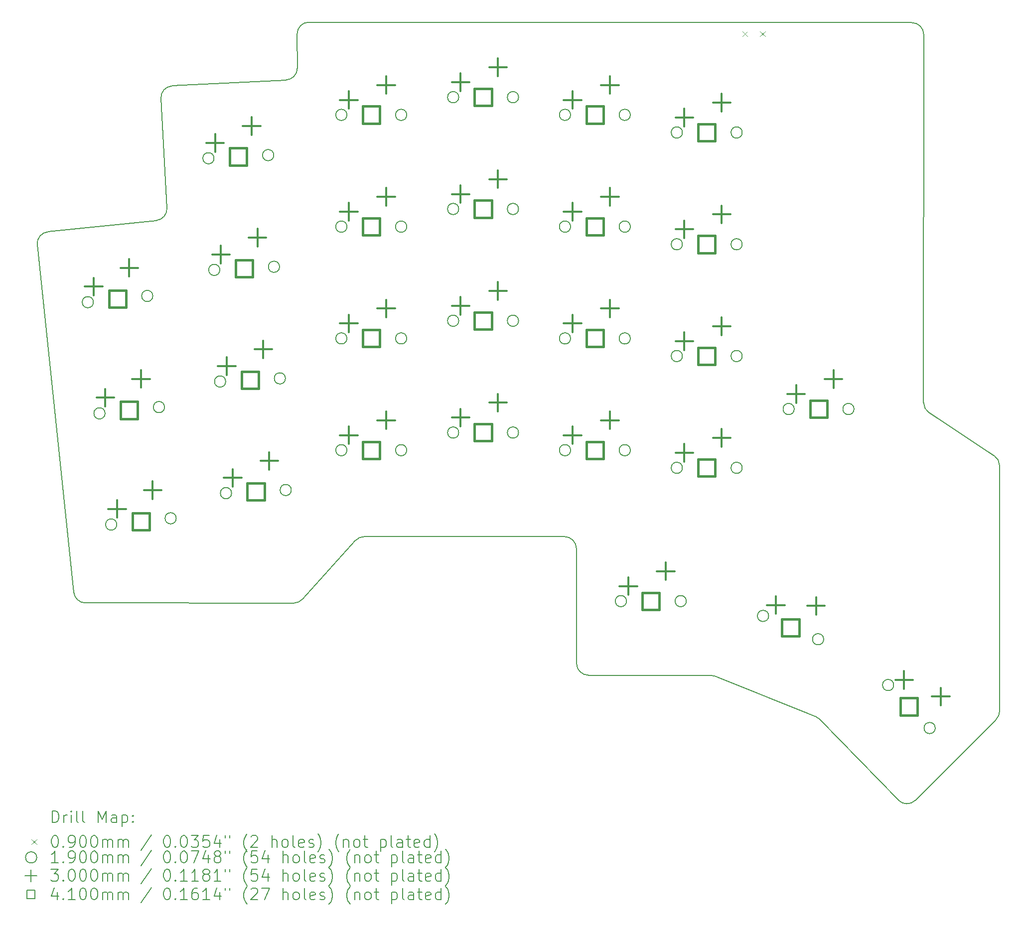
<source format=gbr>
%TF.GenerationSoftware,KiCad,Pcbnew,9.0.0*%
%TF.CreationDate,2025-04-09T21:02:47+02:00*%
%TF.ProjectId,left,6c656674-2e6b-4696-9361-645f70636258,1*%
%TF.SameCoordinates,Original*%
%TF.FileFunction,Drillmap*%
%TF.FilePolarity,Positive*%
%FSLAX45Y45*%
G04 Gerber Fmt 4.5, Leading zero omitted, Abs format (unit mm)*
G04 Created by KiCad (PCBNEW 9.0.0) date 2025-04-09 21:02:47*
%MOMM*%
%LPD*%
G01*
G04 APERTURE LIST*
%ADD10C,0.150000*%
%ADD11C,0.200000*%
%ADD12C,0.100000*%
%ADD13C,0.190000*%
%ADD14C,0.300000*%
%ADD15C,0.410000*%
G04 APERTURE END LIST*
D10*
X26766818Y-14059322D02*
X27877222Y-14792705D01*
X13820792Y-10585157D02*
G75*
G02*
X13641990Y-10794901I-199702J-10843D01*
G01*
X24852722Y-19234180D02*
X23127957Y-18539483D01*
X16035545Y-8206420D02*
G75*
G02*
X15846014Y-8407053I-199995J-910D01*
G01*
X26250609Y-20649368D02*
X24921495Y-19280381D01*
X23053234Y-18525000D02*
X20981575Y-18525001D01*
X26479574Y-7432850D02*
G75*
G02*
X26679420Y-7632926I-154J-200000D01*
G01*
X16035544Y-8206420D02*
X16032912Y-7626059D01*
X16032912Y-7626059D02*
G75*
G02*
X16233059Y-7425160I199988J909D01*
G01*
X27967000Y-19137158D02*
G75*
G02*
X27908420Y-19278579I-199990J-3D01*
G01*
X27908420Y-19278579D02*
X26535526Y-20651474D01*
X17022438Y-16235943D02*
G75*
G02*
X17170859Y-16170004I148412J-134047D01*
G01*
X15972378Y-17299859D02*
X12436888Y-17295505D01*
X12436888Y-17295505D02*
G75*
G02*
X12238221Y-17116411I242J200005D01*
G01*
X16233059Y-7425151D02*
X26479574Y-7432850D01*
X23053234Y-18525000D02*
G75*
G02*
X23127957Y-18539483I-4J-200020D01*
G01*
X20577424Y-16170000D02*
G75*
G02*
X20777420Y-16369575I-4J-200000D01*
G01*
X17022438Y-16235943D02*
X16121045Y-17233916D01*
X20577424Y-16170000D02*
X17170859Y-16170000D01*
X27966999Y-14959591D02*
X27967000Y-19137158D01*
X13908706Y-8508583D02*
X15846014Y-8407053D01*
X12238230Y-17116410D02*
X11617316Y-11208809D01*
X11617316Y-11208809D02*
G75*
G02*
X11795316Y-10989005I198894J20909D01*
G01*
X26766818Y-14059322D02*
G75*
G02*
X26677040Y-13892360I110232J166892D01*
G01*
X16121045Y-17233916D02*
G75*
G02*
X15972378Y-17299855I-148415J134056D01*
G01*
X13719468Y-8719153D02*
G75*
G02*
X13908706Y-8508578I199712J10843D01*
G01*
X27877222Y-14792705D02*
G75*
G02*
X27966999Y-14959591I-110222J-166885D01*
G01*
X20981575Y-18525001D02*
G75*
G02*
X20781580Y-18325425I-5J199991D01*
G01*
X24852722Y-19234180D02*
G75*
G02*
X24921495Y-19280381I-74712J-185500D01*
G01*
X26679423Y-7632926D02*
X26677041Y-13892360D01*
X26535526Y-20651474D02*
G75*
G02*
X26250604Y-20649373I-141426J141414D01*
G01*
X13820792Y-10585157D02*
X13719468Y-8719153D01*
X11795315Y-10988998D02*
X13641991Y-10794905D01*
X20781576Y-18325425D02*
X20777423Y-16369575D01*
D11*
D12*
X23596999Y-7577500D02*
X23686999Y-7667500D01*
X23686999Y-7577500D02*
X23596999Y-7667500D01*
X23896999Y-7577500D02*
X23986999Y-7667500D01*
X23986999Y-7577500D02*
X23896999Y-7667500D01*
D13*
X12570996Y-12184396D02*
G75*
G02*
X12380996Y-12184396I-95000J0D01*
G01*
X12380996Y-12184396D02*
G75*
G02*
X12570996Y-12184396I95000J0D01*
G01*
X12769601Y-14073988D02*
G75*
G02*
X12579601Y-14073988I-95000J0D01*
G01*
X12579601Y-14073988D02*
G75*
G02*
X12769601Y-14073988I95000J0D01*
G01*
X12968205Y-15963579D02*
G75*
G02*
X12778205Y-15963579I-95000J0D01*
G01*
X12778205Y-15963579D02*
G75*
G02*
X12968205Y-15963579I95000J0D01*
G01*
X13581431Y-12078195D02*
G75*
G02*
X13391431Y-12078195I-95000J0D01*
G01*
X13391431Y-12078195D02*
G75*
G02*
X13581431Y-12078195I95000J0D01*
G01*
X13780035Y-13967787D02*
G75*
G02*
X13590035Y-13967787I-95000J0D01*
G01*
X13590035Y-13967787D02*
G75*
G02*
X13780035Y-13967787I95000J0D01*
G01*
X13978639Y-15857378D02*
G75*
G02*
X13788639Y-15857378I-95000J0D01*
G01*
X13788639Y-15857378D02*
G75*
G02*
X13978639Y-15857378I95000J0D01*
G01*
X14620516Y-9737987D02*
G75*
G02*
X14430516Y-9737987I-95000J0D01*
G01*
X14430516Y-9737987D02*
G75*
G02*
X14620516Y-9737987I95000J0D01*
G01*
X14719954Y-11635383D02*
G75*
G02*
X14529954Y-11635383I-95000J0D01*
G01*
X14529954Y-11635383D02*
G75*
G02*
X14719954Y-11635383I95000J0D01*
G01*
X14819393Y-13532778D02*
G75*
G02*
X14629393Y-13532778I-95000J0D01*
G01*
X14629393Y-13532778D02*
G75*
G02*
X14819393Y-13532778I95000J0D01*
G01*
X14918831Y-15430175D02*
G75*
G02*
X14728831Y-15430175I-95000J0D01*
G01*
X14728831Y-15430175D02*
G75*
G02*
X14918831Y-15430175I95000J0D01*
G01*
X15635124Y-9684814D02*
G75*
G02*
X15445124Y-9684814I-95000J0D01*
G01*
X15445124Y-9684814D02*
G75*
G02*
X15635124Y-9684814I95000J0D01*
G01*
X15734562Y-11582209D02*
G75*
G02*
X15544562Y-11582209I-95000J0D01*
G01*
X15544562Y-11582209D02*
G75*
G02*
X15734562Y-11582209I95000J0D01*
G01*
X15834000Y-13479605D02*
G75*
G02*
X15644000Y-13479605I-95000J0D01*
G01*
X15644000Y-13479605D02*
G75*
G02*
X15834000Y-13479605I95000J0D01*
G01*
X15933439Y-15377001D02*
G75*
G02*
X15743439Y-15377001I-95000J0D01*
G01*
X15743439Y-15377001D02*
G75*
G02*
X15933439Y-15377001I95000J0D01*
G01*
X16878999Y-10900000D02*
G75*
G02*
X16688999Y-10900000I-95000J0D01*
G01*
X16688999Y-10900000D02*
G75*
G02*
X16878999Y-10900000I95000J0D01*
G01*
X16878999Y-14700000D02*
G75*
G02*
X16688999Y-14700000I-95000J0D01*
G01*
X16688999Y-14700000D02*
G75*
G02*
X16878999Y-14700000I95000J0D01*
G01*
X16878999Y-9000001D02*
G75*
G02*
X16688999Y-9000001I-95000J0D01*
G01*
X16688999Y-9000001D02*
G75*
G02*
X16878999Y-9000001I95000J0D01*
G01*
X16878999Y-12800001D02*
G75*
G02*
X16688999Y-12800001I-95000J0D01*
G01*
X16688999Y-12800001D02*
G75*
G02*
X16878999Y-12800001I95000J0D01*
G01*
X17894999Y-10900000D02*
G75*
G02*
X17704999Y-10900000I-95000J0D01*
G01*
X17704999Y-10900000D02*
G75*
G02*
X17894999Y-10900000I95000J0D01*
G01*
X17894999Y-14700000D02*
G75*
G02*
X17704999Y-14700000I-95000J0D01*
G01*
X17704999Y-14700000D02*
G75*
G02*
X17894999Y-14700000I95000J0D01*
G01*
X17894999Y-9000001D02*
G75*
G02*
X17704999Y-9000001I-95000J0D01*
G01*
X17704999Y-9000001D02*
G75*
G02*
X17894999Y-9000001I95000J0D01*
G01*
X17894999Y-12800001D02*
G75*
G02*
X17704999Y-12800001I-95000J0D01*
G01*
X17704999Y-12800001D02*
G75*
G02*
X17894999Y-12800001I95000J0D01*
G01*
X18778999Y-14400000D02*
G75*
G02*
X18588999Y-14400000I-95000J0D01*
G01*
X18588999Y-14400000D02*
G75*
G02*
X18778999Y-14400000I95000J0D01*
G01*
X18778999Y-8700001D02*
G75*
G02*
X18588999Y-8700001I-95000J0D01*
G01*
X18588999Y-8700001D02*
G75*
G02*
X18778999Y-8700001I95000J0D01*
G01*
X18778999Y-12500000D02*
G75*
G02*
X18588999Y-12500000I-95000J0D01*
G01*
X18588999Y-12500000D02*
G75*
G02*
X18778999Y-12500000I95000J0D01*
G01*
X18778999Y-10600000D02*
G75*
G02*
X18588999Y-10600000I-95000J0D01*
G01*
X18588999Y-10600000D02*
G75*
G02*
X18778999Y-10600000I95000J0D01*
G01*
X19794999Y-14400000D02*
G75*
G02*
X19604999Y-14400000I-95000J0D01*
G01*
X19604999Y-14400000D02*
G75*
G02*
X19794999Y-14400000I95000J0D01*
G01*
X19794999Y-8700001D02*
G75*
G02*
X19604999Y-8700001I-95000J0D01*
G01*
X19604999Y-8700001D02*
G75*
G02*
X19794999Y-8700001I95000J0D01*
G01*
X19794999Y-12500000D02*
G75*
G02*
X19604999Y-12500000I-95000J0D01*
G01*
X19604999Y-12500000D02*
G75*
G02*
X19794999Y-12500000I95000J0D01*
G01*
X19794999Y-10600000D02*
G75*
G02*
X19604999Y-10600000I-95000J0D01*
G01*
X19604999Y-10600000D02*
G75*
G02*
X19794999Y-10600000I95000J0D01*
G01*
X20678999Y-9000000D02*
G75*
G02*
X20488999Y-9000000I-95000J0D01*
G01*
X20488999Y-9000000D02*
G75*
G02*
X20678999Y-9000000I95000J0D01*
G01*
X20678999Y-14700000D02*
G75*
G02*
X20488999Y-14700000I-95000J0D01*
G01*
X20488999Y-14700000D02*
G75*
G02*
X20678999Y-14700000I95000J0D01*
G01*
X20679000Y-10900000D02*
G75*
G02*
X20489000Y-10900000I-95000J0D01*
G01*
X20489000Y-10900000D02*
G75*
G02*
X20679000Y-10900000I95000J0D01*
G01*
X20679000Y-12800000D02*
G75*
G02*
X20489000Y-12800000I-95000J0D01*
G01*
X20489000Y-12800000D02*
G75*
G02*
X20679000Y-12800000I95000J0D01*
G01*
X21629000Y-17265001D02*
G75*
G02*
X21439000Y-17265001I-95000J0D01*
G01*
X21439000Y-17265001D02*
G75*
G02*
X21629000Y-17265001I95000J0D01*
G01*
X21694999Y-9000000D02*
G75*
G02*
X21504999Y-9000000I-95000J0D01*
G01*
X21504999Y-9000000D02*
G75*
G02*
X21694999Y-9000000I95000J0D01*
G01*
X21694999Y-14700000D02*
G75*
G02*
X21504999Y-14700000I-95000J0D01*
G01*
X21504999Y-14700000D02*
G75*
G02*
X21694999Y-14700000I95000J0D01*
G01*
X21695000Y-10900000D02*
G75*
G02*
X21505000Y-10900000I-95000J0D01*
G01*
X21505000Y-10900000D02*
G75*
G02*
X21695000Y-10900000I95000J0D01*
G01*
X21695000Y-12800000D02*
G75*
G02*
X21505000Y-12800000I-95000J0D01*
G01*
X21505000Y-12800000D02*
G75*
G02*
X21695000Y-12800000I95000J0D01*
G01*
X22578999Y-15000000D02*
G75*
G02*
X22388999Y-15000000I-95000J0D01*
G01*
X22388999Y-15000000D02*
G75*
G02*
X22578999Y-15000000I95000J0D01*
G01*
X22578999Y-9300000D02*
G75*
G02*
X22388999Y-9300000I-95000J0D01*
G01*
X22388999Y-9300000D02*
G75*
G02*
X22578999Y-9300000I95000J0D01*
G01*
X22578999Y-11200000D02*
G75*
G02*
X22388999Y-11200000I-95000J0D01*
G01*
X22388999Y-11200000D02*
G75*
G02*
X22578999Y-11200000I95000J0D01*
G01*
X22579000Y-13100000D02*
G75*
G02*
X22389000Y-13100000I-95000J0D01*
G01*
X22389000Y-13100000D02*
G75*
G02*
X22579000Y-13100000I95000J0D01*
G01*
X22645000Y-17265001D02*
G75*
G02*
X22455000Y-17265001I-95000J0D01*
G01*
X22455000Y-17265001D02*
G75*
G02*
X22645000Y-17265001I95000J0D01*
G01*
X23594999Y-15000000D02*
G75*
G02*
X23404999Y-15000000I-95000J0D01*
G01*
X23404999Y-15000000D02*
G75*
G02*
X23594999Y-15000000I95000J0D01*
G01*
X23594999Y-9300000D02*
G75*
G02*
X23404999Y-9300000I-95000J0D01*
G01*
X23404999Y-9300000D02*
G75*
G02*
X23594999Y-9300000I95000J0D01*
G01*
X23594999Y-11200000D02*
G75*
G02*
X23404999Y-11200000I-95000J0D01*
G01*
X23404999Y-11200000D02*
G75*
G02*
X23594999Y-11200000I95000J0D01*
G01*
X23595000Y-13100000D02*
G75*
G02*
X23405000Y-13100000I-95000J0D01*
G01*
X23405000Y-13100000D02*
G75*
G02*
X23595000Y-13100000I95000J0D01*
G01*
X24044383Y-17516509D02*
G75*
G02*
X23854383Y-17516509I-95000J0D01*
G01*
X23854383Y-17516509D02*
G75*
G02*
X24044383Y-17516509I95000J0D01*
G01*
X24478999Y-14000001D02*
G75*
G02*
X24288999Y-14000001I-95000J0D01*
G01*
X24288999Y-14000001D02*
G75*
G02*
X24478999Y-14000001I95000J0D01*
G01*
X24979616Y-17913492D02*
G75*
G02*
X24789616Y-17913492I-95000J0D01*
G01*
X24789616Y-17913492D02*
G75*
G02*
X24979616Y-17913492I95000J0D01*
G01*
X25494999Y-14000001D02*
G75*
G02*
X25304999Y-14000001I-95000J0D01*
G01*
X25304999Y-14000001D02*
G75*
G02*
X25494999Y-14000001I95000J0D01*
G01*
X26169483Y-18691789D02*
G75*
G02*
X25979483Y-18691789I-95000J0D01*
G01*
X25979483Y-18691789D02*
G75*
G02*
X26169483Y-18691789I95000J0D01*
G01*
X26875256Y-19422638D02*
G75*
G02*
X26685256Y-19422638I-95000J0D01*
G01*
X26685256Y-19422638D02*
G75*
G02*
X26875256Y-19422638I95000J0D01*
G01*
D14*
X12575750Y-11768513D02*
X12575750Y-12068513D01*
X12425750Y-11918513D02*
X12725750Y-11918513D01*
X12774355Y-13658104D02*
X12774355Y-13958104D01*
X12624355Y-13808104D02*
X12924355Y-13808104D01*
X12972959Y-15547695D02*
X12972959Y-15847695D01*
X12822959Y-15697695D02*
X13122959Y-15697695D01*
X13180722Y-11449528D02*
X13180722Y-11749528D01*
X13030722Y-11599528D02*
X13330722Y-11599528D01*
X13379326Y-13339120D02*
X13379326Y-13639120D01*
X13229326Y-13489120D02*
X13529326Y-13489120D01*
X13577930Y-15228711D02*
X13577930Y-15528711D01*
X13427930Y-15378711D02*
X13727930Y-15378711D01*
X14639049Y-9327689D02*
X14639049Y-9627689D01*
X14489049Y-9477689D02*
X14789049Y-9477689D01*
X14738487Y-11225084D02*
X14738487Y-11525084D01*
X14588487Y-11375084D02*
X14888487Y-11375084D01*
X14837925Y-13122480D02*
X14837925Y-13422480D01*
X14687925Y-13272480D02*
X14987925Y-13272480D01*
X14937364Y-15019876D02*
X14937364Y-15319876D01*
X14787364Y-15169876D02*
X15087364Y-15169876D01*
X15259885Y-9040803D02*
X15259885Y-9340803D01*
X15109885Y-9190803D02*
X15409885Y-9190803D01*
X15359323Y-10938199D02*
X15359323Y-11238199D01*
X15209323Y-11088199D02*
X15509323Y-11088199D01*
X15458762Y-12835595D02*
X15458762Y-13135595D01*
X15308762Y-12985595D02*
X15608762Y-12985595D01*
X15558200Y-14732991D02*
X15558200Y-15032991D01*
X15408200Y-14882991D02*
X15708200Y-14882991D01*
X16910999Y-10496000D02*
X16910999Y-10796000D01*
X16760999Y-10646000D02*
X17060999Y-10646000D01*
X16910999Y-14296000D02*
X16910999Y-14596000D01*
X16760999Y-14446000D02*
X17060999Y-14446000D01*
X16910999Y-8596001D02*
X16910999Y-8896001D01*
X16760999Y-8746001D02*
X17060999Y-8746001D01*
X16910999Y-12396001D02*
X16910999Y-12696001D01*
X16760999Y-12546001D02*
X17060999Y-12546001D01*
X17545999Y-10242000D02*
X17545999Y-10542000D01*
X17395999Y-10392000D02*
X17695999Y-10392000D01*
X17545999Y-14042000D02*
X17545999Y-14342000D01*
X17395999Y-14192000D02*
X17695999Y-14192000D01*
X17545999Y-8342001D02*
X17545999Y-8642001D01*
X17395999Y-8492001D02*
X17695999Y-8492001D01*
X17545999Y-12142001D02*
X17545999Y-12442001D01*
X17395999Y-12292001D02*
X17695999Y-12292001D01*
X18810999Y-13996000D02*
X18810999Y-14296000D01*
X18660999Y-14146000D02*
X18960999Y-14146000D01*
X18810999Y-8296000D02*
X18810999Y-8596001D01*
X18660999Y-8446001D02*
X18960999Y-8446001D01*
X18810999Y-12096000D02*
X18810999Y-12396000D01*
X18660999Y-12246000D02*
X18960999Y-12246000D01*
X18810999Y-10196000D02*
X18810999Y-10496000D01*
X18660999Y-10346000D02*
X18960999Y-10346000D01*
X19445999Y-13742000D02*
X19445999Y-14042000D01*
X19295999Y-13892000D02*
X19595999Y-13892000D01*
X19445999Y-8042000D02*
X19445999Y-8342000D01*
X19295999Y-8192000D02*
X19595999Y-8192000D01*
X19445999Y-11842000D02*
X19445999Y-12142000D01*
X19295999Y-11992000D02*
X19595999Y-11992000D01*
X19445999Y-9942000D02*
X19445999Y-10242000D01*
X19295999Y-10092000D02*
X19595999Y-10092000D01*
X20710999Y-8596000D02*
X20710999Y-8896000D01*
X20560999Y-8746000D02*
X20860999Y-8746000D01*
X20710999Y-14296000D02*
X20710999Y-14596000D01*
X20560999Y-14446000D02*
X20860999Y-14446000D01*
X20711000Y-10496000D02*
X20711000Y-10796000D01*
X20561000Y-10646000D02*
X20861000Y-10646000D01*
X20711000Y-12396000D02*
X20711000Y-12696000D01*
X20561000Y-12546000D02*
X20861000Y-12546000D01*
X21345999Y-8342000D02*
X21345999Y-8642000D01*
X21195999Y-8492000D02*
X21495999Y-8492000D01*
X21345999Y-14042000D02*
X21345999Y-14342000D01*
X21195999Y-14192000D02*
X21495999Y-14192000D01*
X21346000Y-10242000D02*
X21346000Y-10542000D01*
X21196000Y-10392000D02*
X21496000Y-10392000D01*
X21346000Y-12142000D02*
X21346000Y-12442000D01*
X21196000Y-12292000D02*
X21496000Y-12292000D01*
X21661000Y-16861001D02*
X21661000Y-17161001D01*
X21511000Y-17011001D02*
X21811000Y-17011001D01*
X22296000Y-16607000D02*
X22296000Y-16907001D01*
X22146000Y-16757000D02*
X22446000Y-16757000D01*
X22610999Y-14596000D02*
X22610999Y-14896000D01*
X22460999Y-14746000D02*
X22760999Y-14746000D01*
X22610999Y-8896000D02*
X22610999Y-9196000D01*
X22460999Y-9046000D02*
X22760999Y-9046000D01*
X22610999Y-10796000D02*
X22610999Y-11096000D01*
X22460999Y-10946000D02*
X22760999Y-10946000D01*
X22611000Y-12696000D02*
X22611000Y-12996000D01*
X22461000Y-12846000D02*
X22761000Y-12846000D01*
X23245999Y-14342000D02*
X23245999Y-14642000D01*
X23095999Y-14492000D02*
X23395999Y-14492000D01*
X23245999Y-8642000D02*
X23245999Y-8942000D01*
X23095999Y-8792000D02*
X23395999Y-8792000D01*
X23245999Y-10542000D02*
X23245999Y-10842000D01*
X23095999Y-10692000D02*
X23395999Y-10692000D01*
X23246000Y-12442000D02*
X23246000Y-12742000D01*
X23096000Y-12592000D02*
X23396000Y-12592000D01*
X24165533Y-17182324D02*
X24165533Y-17482324D01*
X24015533Y-17332324D02*
X24315533Y-17332324D01*
X24510999Y-13596001D02*
X24510999Y-13896001D01*
X24360999Y-13746001D02*
X24660999Y-13746001D01*
X24849299Y-17196630D02*
X24849299Y-17496630D01*
X24699299Y-17346630D02*
X24999299Y-17346630D01*
X25145999Y-13342001D02*
X25145999Y-13642001D01*
X24995999Y-13492001D02*
X25295999Y-13492001D01*
X26345417Y-18456702D02*
X26345417Y-18756702D01*
X26195417Y-18606702D02*
X26495417Y-18606702D01*
X26969237Y-18737040D02*
X26969237Y-19037040D01*
X26819237Y-18887040D02*
X27119237Y-18887040D01*
D15*
X13126172Y-12276254D02*
X13126172Y-11986338D01*
X12836255Y-11986338D01*
X12836255Y-12276254D01*
X13126172Y-12276254D01*
X13324777Y-14165846D02*
X13324777Y-13875929D01*
X13034860Y-13875929D01*
X13034860Y-14165846D01*
X13324777Y-14165846D01*
X13523380Y-16055437D02*
X13523380Y-15765520D01*
X13233464Y-15765520D01*
X13233464Y-16055437D01*
X13523380Y-16055437D01*
X15177778Y-9856359D02*
X15177778Y-9566442D01*
X14887862Y-9566442D01*
X14887862Y-9856359D01*
X15177778Y-9856359D01*
X15277216Y-11753754D02*
X15277216Y-11463838D01*
X14987299Y-11463838D01*
X14987299Y-11753754D01*
X15277216Y-11753754D01*
X15376655Y-13651150D02*
X15376655Y-13361233D01*
X15086738Y-13361233D01*
X15086738Y-13651150D01*
X15376655Y-13651150D01*
X15476093Y-15548546D02*
X15476093Y-15258630D01*
X15186177Y-15258630D01*
X15186177Y-15548546D01*
X15476093Y-15548546D01*
X17436958Y-11044958D02*
X17436958Y-10755042D01*
X17147041Y-10755042D01*
X17147041Y-11044958D01*
X17436958Y-11044958D01*
X17436958Y-14844958D02*
X17436958Y-14555042D01*
X17147041Y-14555042D01*
X17147041Y-14844958D01*
X17436958Y-14844958D01*
X17436958Y-9144959D02*
X17436958Y-8855043D01*
X17147041Y-8855043D01*
X17147041Y-9144959D01*
X17436958Y-9144959D01*
X17436958Y-12944959D02*
X17436958Y-12655042D01*
X17147041Y-12655042D01*
X17147041Y-12944959D01*
X17436958Y-12944959D01*
X19336957Y-14544958D02*
X19336957Y-14255041D01*
X19047041Y-14255041D01*
X19047041Y-14544958D01*
X19336957Y-14544958D01*
X19336957Y-8844959D02*
X19336957Y-8555042D01*
X19047041Y-8555042D01*
X19047041Y-8844959D01*
X19336957Y-8844959D01*
X19336958Y-12644958D02*
X19336958Y-12355041D01*
X19047041Y-12355041D01*
X19047041Y-12644958D01*
X19336958Y-12644958D01*
X19336958Y-10744958D02*
X19336958Y-10455042D01*
X19047041Y-10455042D01*
X19047041Y-10744958D01*
X19336958Y-10744958D01*
X21236957Y-9144958D02*
X21236957Y-8855042D01*
X20947041Y-8855042D01*
X20947041Y-9144958D01*
X21236957Y-9144958D01*
X21236958Y-14844959D02*
X21236958Y-14555042D01*
X20947041Y-14555042D01*
X20947041Y-14844959D01*
X21236958Y-14844959D01*
X21236958Y-11044959D02*
X21236958Y-10755042D01*
X20947041Y-10755042D01*
X20947041Y-11044959D01*
X21236958Y-11044959D01*
X21236958Y-12944958D02*
X21236958Y-12655042D01*
X20947042Y-12655042D01*
X20947042Y-12944958D01*
X21236958Y-12944958D01*
X22186958Y-17409959D02*
X22186958Y-17120042D01*
X21897041Y-17120042D01*
X21897041Y-17409959D01*
X22186958Y-17409959D01*
X23136957Y-15144958D02*
X23136957Y-14855042D01*
X22847040Y-14855042D01*
X22847040Y-15144958D01*
X23136957Y-15144958D01*
X23136957Y-9444959D02*
X23136957Y-9155042D01*
X22847041Y-9155042D01*
X22847041Y-9444959D01*
X23136957Y-9444959D01*
X23136958Y-11344958D02*
X23136958Y-11055042D01*
X22847041Y-11055042D01*
X22847041Y-11344958D01*
X23136958Y-11344958D01*
X23136958Y-13244958D02*
X23136958Y-12955042D01*
X22847041Y-12955042D01*
X22847041Y-13244958D01*
X23136958Y-13244958D01*
X24561958Y-17859959D02*
X24561958Y-17570042D01*
X24272041Y-17570042D01*
X24272041Y-17859959D01*
X24561958Y-17859959D01*
X25036957Y-14144959D02*
X25036957Y-13855042D01*
X24747041Y-13855042D01*
X24747041Y-14144959D01*
X25036957Y-14144959D01*
X26572328Y-19202172D02*
X26572328Y-18912255D01*
X26282411Y-18912255D01*
X26282411Y-19202172D01*
X26572328Y-19202172D01*
D11*
X11869497Y-21029042D02*
X11869497Y-20829042D01*
X11869497Y-20829042D02*
X11917116Y-20829042D01*
X11917116Y-20829042D02*
X11945688Y-20838566D01*
X11945688Y-20838566D02*
X11964735Y-20857613D01*
X11964735Y-20857613D02*
X11974259Y-20876661D01*
X11974259Y-20876661D02*
X11983783Y-20914756D01*
X11983783Y-20914756D02*
X11983783Y-20943328D01*
X11983783Y-20943328D02*
X11974259Y-20981423D01*
X11974259Y-20981423D02*
X11964735Y-21000470D01*
X11964735Y-21000470D02*
X11945688Y-21019518D01*
X11945688Y-21019518D02*
X11917116Y-21029042D01*
X11917116Y-21029042D02*
X11869497Y-21029042D01*
X12069497Y-21029042D02*
X12069497Y-20895709D01*
X12069497Y-20933804D02*
X12079021Y-20914756D01*
X12079021Y-20914756D02*
X12088545Y-20905232D01*
X12088545Y-20905232D02*
X12107592Y-20895709D01*
X12107592Y-20895709D02*
X12126640Y-20895709D01*
X12193307Y-21029042D02*
X12193307Y-20895709D01*
X12193307Y-20829042D02*
X12183783Y-20838566D01*
X12183783Y-20838566D02*
X12193307Y-20848090D01*
X12193307Y-20848090D02*
X12202831Y-20838566D01*
X12202831Y-20838566D02*
X12193307Y-20829042D01*
X12193307Y-20829042D02*
X12193307Y-20848090D01*
X12317116Y-21029042D02*
X12298069Y-21019518D01*
X12298069Y-21019518D02*
X12288545Y-21000470D01*
X12288545Y-21000470D02*
X12288545Y-20829042D01*
X12421878Y-21029042D02*
X12402831Y-21019518D01*
X12402831Y-21019518D02*
X12393307Y-21000470D01*
X12393307Y-21000470D02*
X12393307Y-20829042D01*
X12650450Y-21029042D02*
X12650450Y-20829042D01*
X12650450Y-20829042D02*
X12717116Y-20971899D01*
X12717116Y-20971899D02*
X12783783Y-20829042D01*
X12783783Y-20829042D02*
X12783783Y-21029042D01*
X12964735Y-21029042D02*
X12964735Y-20924280D01*
X12964735Y-20924280D02*
X12955212Y-20905232D01*
X12955212Y-20905232D02*
X12936164Y-20895709D01*
X12936164Y-20895709D02*
X12898069Y-20895709D01*
X12898069Y-20895709D02*
X12879021Y-20905232D01*
X12964735Y-21019518D02*
X12945688Y-21029042D01*
X12945688Y-21029042D02*
X12898069Y-21029042D01*
X12898069Y-21029042D02*
X12879021Y-21019518D01*
X12879021Y-21019518D02*
X12869497Y-21000470D01*
X12869497Y-21000470D02*
X12869497Y-20981423D01*
X12869497Y-20981423D02*
X12879021Y-20962375D01*
X12879021Y-20962375D02*
X12898069Y-20952851D01*
X12898069Y-20952851D02*
X12945688Y-20952851D01*
X12945688Y-20952851D02*
X12964735Y-20943328D01*
X13059973Y-20895709D02*
X13059973Y-21095709D01*
X13059973Y-20905232D02*
X13079021Y-20895709D01*
X13079021Y-20895709D02*
X13117116Y-20895709D01*
X13117116Y-20895709D02*
X13136164Y-20905232D01*
X13136164Y-20905232D02*
X13145688Y-20914756D01*
X13145688Y-20914756D02*
X13155212Y-20933804D01*
X13155212Y-20933804D02*
X13155212Y-20990947D01*
X13155212Y-20990947D02*
X13145688Y-21009994D01*
X13145688Y-21009994D02*
X13136164Y-21019518D01*
X13136164Y-21019518D02*
X13117116Y-21029042D01*
X13117116Y-21029042D02*
X13079021Y-21029042D01*
X13079021Y-21029042D02*
X13059973Y-21019518D01*
X13240926Y-21009994D02*
X13250450Y-21019518D01*
X13250450Y-21019518D02*
X13240926Y-21029042D01*
X13240926Y-21029042D02*
X13231402Y-21019518D01*
X13231402Y-21019518D02*
X13240926Y-21009994D01*
X13240926Y-21009994D02*
X13240926Y-21029042D01*
X13240926Y-20905232D02*
X13250450Y-20914756D01*
X13250450Y-20914756D02*
X13240926Y-20924280D01*
X13240926Y-20924280D02*
X13231402Y-20914756D01*
X13231402Y-20914756D02*
X13240926Y-20905232D01*
X13240926Y-20905232D02*
X13240926Y-20924280D01*
D12*
X11518720Y-21312558D02*
X11608720Y-21402558D01*
X11608720Y-21312558D02*
X11518720Y-21402558D01*
D11*
X11907592Y-21249042D02*
X11926640Y-21249042D01*
X11926640Y-21249042D02*
X11945688Y-21258566D01*
X11945688Y-21258566D02*
X11955212Y-21268090D01*
X11955212Y-21268090D02*
X11964735Y-21287137D01*
X11964735Y-21287137D02*
X11974259Y-21325232D01*
X11974259Y-21325232D02*
X11974259Y-21372851D01*
X11974259Y-21372851D02*
X11964735Y-21410947D01*
X11964735Y-21410947D02*
X11955212Y-21429994D01*
X11955212Y-21429994D02*
X11945688Y-21439518D01*
X11945688Y-21439518D02*
X11926640Y-21449042D01*
X11926640Y-21449042D02*
X11907592Y-21449042D01*
X11907592Y-21449042D02*
X11888545Y-21439518D01*
X11888545Y-21439518D02*
X11879021Y-21429994D01*
X11879021Y-21429994D02*
X11869497Y-21410947D01*
X11869497Y-21410947D02*
X11859973Y-21372851D01*
X11859973Y-21372851D02*
X11859973Y-21325232D01*
X11859973Y-21325232D02*
X11869497Y-21287137D01*
X11869497Y-21287137D02*
X11879021Y-21268090D01*
X11879021Y-21268090D02*
X11888545Y-21258566D01*
X11888545Y-21258566D02*
X11907592Y-21249042D01*
X12059973Y-21429994D02*
X12069497Y-21439518D01*
X12069497Y-21439518D02*
X12059973Y-21449042D01*
X12059973Y-21449042D02*
X12050450Y-21439518D01*
X12050450Y-21439518D02*
X12059973Y-21429994D01*
X12059973Y-21429994D02*
X12059973Y-21449042D01*
X12164735Y-21449042D02*
X12202831Y-21449042D01*
X12202831Y-21449042D02*
X12221878Y-21439518D01*
X12221878Y-21439518D02*
X12231402Y-21429994D01*
X12231402Y-21429994D02*
X12250450Y-21401423D01*
X12250450Y-21401423D02*
X12259973Y-21363328D01*
X12259973Y-21363328D02*
X12259973Y-21287137D01*
X12259973Y-21287137D02*
X12250450Y-21268090D01*
X12250450Y-21268090D02*
X12240926Y-21258566D01*
X12240926Y-21258566D02*
X12221878Y-21249042D01*
X12221878Y-21249042D02*
X12183783Y-21249042D01*
X12183783Y-21249042D02*
X12164735Y-21258566D01*
X12164735Y-21258566D02*
X12155212Y-21268090D01*
X12155212Y-21268090D02*
X12145688Y-21287137D01*
X12145688Y-21287137D02*
X12145688Y-21334756D01*
X12145688Y-21334756D02*
X12155212Y-21353804D01*
X12155212Y-21353804D02*
X12164735Y-21363328D01*
X12164735Y-21363328D02*
X12183783Y-21372851D01*
X12183783Y-21372851D02*
X12221878Y-21372851D01*
X12221878Y-21372851D02*
X12240926Y-21363328D01*
X12240926Y-21363328D02*
X12250450Y-21353804D01*
X12250450Y-21353804D02*
X12259973Y-21334756D01*
X12383783Y-21249042D02*
X12402831Y-21249042D01*
X12402831Y-21249042D02*
X12421878Y-21258566D01*
X12421878Y-21258566D02*
X12431402Y-21268090D01*
X12431402Y-21268090D02*
X12440926Y-21287137D01*
X12440926Y-21287137D02*
X12450450Y-21325232D01*
X12450450Y-21325232D02*
X12450450Y-21372851D01*
X12450450Y-21372851D02*
X12440926Y-21410947D01*
X12440926Y-21410947D02*
X12431402Y-21429994D01*
X12431402Y-21429994D02*
X12421878Y-21439518D01*
X12421878Y-21439518D02*
X12402831Y-21449042D01*
X12402831Y-21449042D02*
X12383783Y-21449042D01*
X12383783Y-21449042D02*
X12364735Y-21439518D01*
X12364735Y-21439518D02*
X12355212Y-21429994D01*
X12355212Y-21429994D02*
X12345688Y-21410947D01*
X12345688Y-21410947D02*
X12336164Y-21372851D01*
X12336164Y-21372851D02*
X12336164Y-21325232D01*
X12336164Y-21325232D02*
X12345688Y-21287137D01*
X12345688Y-21287137D02*
X12355212Y-21268090D01*
X12355212Y-21268090D02*
X12364735Y-21258566D01*
X12364735Y-21258566D02*
X12383783Y-21249042D01*
X12574259Y-21249042D02*
X12593307Y-21249042D01*
X12593307Y-21249042D02*
X12612354Y-21258566D01*
X12612354Y-21258566D02*
X12621878Y-21268090D01*
X12621878Y-21268090D02*
X12631402Y-21287137D01*
X12631402Y-21287137D02*
X12640926Y-21325232D01*
X12640926Y-21325232D02*
X12640926Y-21372851D01*
X12640926Y-21372851D02*
X12631402Y-21410947D01*
X12631402Y-21410947D02*
X12621878Y-21429994D01*
X12621878Y-21429994D02*
X12612354Y-21439518D01*
X12612354Y-21439518D02*
X12593307Y-21449042D01*
X12593307Y-21449042D02*
X12574259Y-21449042D01*
X12574259Y-21449042D02*
X12555212Y-21439518D01*
X12555212Y-21439518D02*
X12545688Y-21429994D01*
X12545688Y-21429994D02*
X12536164Y-21410947D01*
X12536164Y-21410947D02*
X12526640Y-21372851D01*
X12526640Y-21372851D02*
X12526640Y-21325232D01*
X12526640Y-21325232D02*
X12536164Y-21287137D01*
X12536164Y-21287137D02*
X12545688Y-21268090D01*
X12545688Y-21268090D02*
X12555212Y-21258566D01*
X12555212Y-21258566D02*
X12574259Y-21249042D01*
X12726640Y-21449042D02*
X12726640Y-21315709D01*
X12726640Y-21334756D02*
X12736164Y-21325232D01*
X12736164Y-21325232D02*
X12755212Y-21315709D01*
X12755212Y-21315709D02*
X12783783Y-21315709D01*
X12783783Y-21315709D02*
X12802831Y-21325232D01*
X12802831Y-21325232D02*
X12812354Y-21344280D01*
X12812354Y-21344280D02*
X12812354Y-21449042D01*
X12812354Y-21344280D02*
X12821878Y-21325232D01*
X12821878Y-21325232D02*
X12840926Y-21315709D01*
X12840926Y-21315709D02*
X12869497Y-21315709D01*
X12869497Y-21315709D02*
X12888545Y-21325232D01*
X12888545Y-21325232D02*
X12898069Y-21344280D01*
X12898069Y-21344280D02*
X12898069Y-21449042D01*
X12993307Y-21449042D02*
X12993307Y-21315709D01*
X12993307Y-21334756D02*
X13002831Y-21325232D01*
X13002831Y-21325232D02*
X13021878Y-21315709D01*
X13021878Y-21315709D02*
X13050450Y-21315709D01*
X13050450Y-21315709D02*
X13069497Y-21325232D01*
X13069497Y-21325232D02*
X13079021Y-21344280D01*
X13079021Y-21344280D02*
X13079021Y-21449042D01*
X13079021Y-21344280D02*
X13088545Y-21325232D01*
X13088545Y-21325232D02*
X13107593Y-21315709D01*
X13107593Y-21315709D02*
X13136164Y-21315709D01*
X13136164Y-21315709D02*
X13155212Y-21325232D01*
X13155212Y-21325232D02*
X13164735Y-21344280D01*
X13164735Y-21344280D02*
X13164735Y-21449042D01*
X13555212Y-21239518D02*
X13383783Y-21496661D01*
X13812355Y-21249042D02*
X13831402Y-21249042D01*
X13831402Y-21249042D02*
X13850450Y-21258566D01*
X13850450Y-21258566D02*
X13859974Y-21268090D01*
X13859974Y-21268090D02*
X13869497Y-21287137D01*
X13869497Y-21287137D02*
X13879021Y-21325232D01*
X13879021Y-21325232D02*
X13879021Y-21372851D01*
X13879021Y-21372851D02*
X13869497Y-21410947D01*
X13869497Y-21410947D02*
X13859974Y-21429994D01*
X13859974Y-21429994D02*
X13850450Y-21439518D01*
X13850450Y-21439518D02*
X13831402Y-21449042D01*
X13831402Y-21449042D02*
X13812355Y-21449042D01*
X13812355Y-21449042D02*
X13793307Y-21439518D01*
X13793307Y-21439518D02*
X13783783Y-21429994D01*
X13783783Y-21429994D02*
X13774259Y-21410947D01*
X13774259Y-21410947D02*
X13764736Y-21372851D01*
X13764736Y-21372851D02*
X13764736Y-21325232D01*
X13764736Y-21325232D02*
X13774259Y-21287137D01*
X13774259Y-21287137D02*
X13783783Y-21268090D01*
X13783783Y-21268090D02*
X13793307Y-21258566D01*
X13793307Y-21258566D02*
X13812355Y-21249042D01*
X13964736Y-21429994D02*
X13974259Y-21439518D01*
X13974259Y-21439518D02*
X13964736Y-21449042D01*
X13964736Y-21449042D02*
X13955212Y-21439518D01*
X13955212Y-21439518D02*
X13964736Y-21429994D01*
X13964736Y-21429994D02*
X13964736Y-21449042D01*
X14098069Y-21249042D02*
X14117117Y-21249042D01*
X14117117Y-21249042D02*
X14136164Y-21258566D01*
X14136164Y-21258566D02*
X14145688Y-21268090D01*
X14145688Y-21268090D02*
X14155212Y-21287137D01*
X14155212Y-21287137D02*
X14164736Y-21325232D01*
X14164736Y-21325232D02*
X14164736Y-21372851D01*
X14164736Y-21372851D02*
X14155212Y-21410947D01*
X14155212Y-21410947D02*
X14145688Y-21429994D01*
X14145688Y-21429994D02*
X14136164Y-21439518D01*
X14136164Y-21439518D02*
X14117117Y-21449042D01*
X14117117Y-21449042D02*
X14098069Y-21449042D01*
X14098069Y-21449042D02*
X14079021Y-21439518D01*
X14079021Y-21439518D02*
X14069497Y-21429994D01*
X14069497Y-21429994D02*
X14059974Y-21410947D01*
X14059974Y-21410947D02*
X14050450Y-21372851D01*
X14050450Y-21372851D02*
X14050450Y-21325232D01*
X14050450Y-21325232D02*
X14059974Y-21287137D01*
X14059974Y-21287137D02*
X14069497Y-21268090D01*
X14069497Y-21268090D02*
X14079021Y-21258566D01*
X14079021Y-21258566D02*
X14098069Y-21249042D01*
X14231402Y-21249042D02*
X14355212Y-21249042D01*
X14355212Y-21249042D02*
X14288545Y-21325232D01*
X14288545Y-21325232D02*
X14317117Y-21325232D01*
X14317117Y-21325232D02*
X14336164Y-21334756D01*
X14336164Y-21334756D02*
X14345688Y-21344280D01*
X14345688Y-21344280D02*
X14355212Y-21363328D01*
X14355212Y-21363328D02*
X14355212Y-21410947D01*
X14355212Y-21410947D02*
X14345688Y-21429994D01*
X14345688Y-21429994D02*
X14336164Y-21439518D01*
X14336164Y-21439518D02*
X14317117Y-21449042D01*
X14317117Y-21449042D02*
X14259974Y-21449042D01*
X14259974Y-21449042D02*
X14240926Y-21439518D01*
X14240926Y-21439518D02*
X14231402Y-21429994D01*
X14536164Y-21249042D02*
X14440926Y-21249042D01*
X14440926Y-21249042D02*
X14431402Y-21344280D01*
X14431402Y-21344280D02*
X14440926Y-21334756D01*
X14440926Y-21334756D02*
X14459974Y-21325232D01*
X14459974Y-21325232D02*
X14507593Y-21325232D01*
X14507593Y-21325232D02*
X14526640Y-21334756D01*
X14526640Y-21334756D02*
X14536164Y-21344280D01*
X14536164Y-21344280D02*
X14545688Y-21363328D01*
X14545688Y-21363328D02*
X14545688Y-21410947D01*
X14545688Y-21410947D02*
X14536164Y-21429994D01*
X14536164Y-21429994D02*
X14526640Y-21439518D01*
X14526640Y-21439518D02*
X14507593Y-21449042D01*
X14507593Y-21449042D02*
X14459974Y-21449042D01*
X14459974Y-21449042D02*
X14440926Y-21439518D01*
X14440926Y-21439518D02*
X14431402Y-21429994D01*
X14717117Y-21315709D02*
X14717117Y-21449042D01*
X14669497Y-21239518D02*
X14621878Y-21382375D01*
X14621878Y-21382375D02*
X14745688Y-21382375D01*
X14812355Y-21249042D02*
X14812355Y-21287137D01*
X14888545Y-21249042D02*
X14888545Y-21287137D01*
X15183783Y-21525232D02*
X15174259Y-21515709D01*
X15174259Y-21515709D02*
X15155212Y-21487137D01*
X15155212Y-21487137D02*
X15145688Y-21468090D01*
X15145688Y-21468090D02*
X15136164Y-21439518D01*
X15136164Y-21439518D02*
X15126640Y-21391899D01*
X15126640Y-21391899D02*
X15126640Y-21353804D01*
X15126640Y-21353804D02*
X15136164Y-21306185D01*
X15136164Y-21306185D02*
X15145688Y-21277613D01*
X15145688Y-21277613D02*
X15155212Y-21258566D01*
X15155212Y-21258566D02*
X15174259Y-21229994D01*
X15174259Y-21229994D02*
X15183783Y-21220470D01*
X15250450Y-21268090D02*
X15259974Y-21258566D01*
X15259974Y-21258566D02*
X15279021Y-21249042D01*
X15279021Y-21249042D02*
X15326640Y-21249042D01*
X15326640Y-21249042D02*
X15345688Y-21258566D01*
X15345688Y-21258566D02*
X15355212Y-21268090D01*
X15355212Y-21268090D02*
X15364736Y-21287137D01*
X15364736Y-21287137D02*
X15364736Y-21306185D01*
X15364736Y-21306185D02*
X15355212Y-21334756D01*
X15355212Y-21334756D02*
X15240926Y-21449042D01*
X15240926Y-21449042D02*
X15364736Y-21449042D01*
X15602831Y-21449042D02*
X15602831Y-21249042D01*
X15688545Y-21449042D02*
X15688545Y-21344280D01*
X15688545Y-21344280D02*
X15679021Y-21325232D01*
X15679021Y-21325232D02*
X15659974Y-21315709D01*
X15659974Y-21315709D02*
X15631402Y-21315709D01*
X15631402Y-21315709D02*
X15612355Y-21325232D01*
X15612355Y-21325232D02*
X15602831Y-21334756D01*
X15812355Y-21449042D02*
X15793307Y-21439518D01*
X15793307Y-21439518D02*
X15783783Y-21429994D01*
X15783783Y-21429994D02*
X15774260Y-21410947D01*
X15774260Y-21410947D02*
X15774260Y-21353804D01*
X15774260Y-21353804D02*
X15783783Y-21334756D01*
X15783783Y-21334756D02*
X15793307Y-21325232D01*
X15793307Y-21325232D02*
X15812355Y-21315709D01*
X15812355Y-21315709D02*
X15840926Y-21315709D01*
X15840926Y-21315709D02*
X15859974Y-21325232D01*
X15859974Y-21325232D02*
X15869498Y-21334756D01*
X15869498Y-21334756D02*
X15879021Y-21353804D01*
X15879021Y-21353804D02*
X15879021Y-21410947D01*
X15879021Y-21410947D02*
X15869498Y-21429994D01*
X15869498Y-21429994D02*
X15859974Y-21439518D01*
X15859974Y-21439518D02*
X15840926Y-21449042D01*
X15840926Y-21449042D02*
X15812355Y-21449042D01*
X15993307Y-21449042D02*
X15974260Y-21439518D01*
X15974260Y-21439518D02*
X15964736Y-21420470D01*
X15964736Y-21420470D02*
X15964736Y-21249042D01*
X16145688Y-21439518D02*
X16126641Y-21449042D01*
X16126641Y-21449042D02*
X16088545Y-21449042D01*
X16088545Y-21449042D02*
X16069498Y-21439518D01*
X16069498Y-21439518D02*
X16059974Y-21420470D01*
X16059974Y-21420470D02*
X16059974Y-21344280D01*
X16059974Y-21344280D02*
X16069498Y-21325232D01*
X16069498Y-21325232D02*
X16088545Y-21315709D01*
X16088545Y-21315709D02*
X16126641Y-21315709D01*
X16126641Y-21315709D02*
X16145688Y-21325232D01*
X16145688Y-21325232D02*
X16155212Y-21344280D01*
X16155212Y-21344280D02*
X16155212Y-21363328D01*
X16155212Y-21363328D02*
X16059974Y-21382375D01*
X16231402Y-21439518D02*
X16250450Y-21449042D01*
X16250450Y-21449042D02*
X16288545Y-21449042D01*
X16288545Y-21449042D02*
X16307593Y-21439518D01*
X16307593Y-21439518D02*
X16317117Y-21420470D01*
X16317117Y-21420470D02*
X16317117Y-21410947D01*
X16317117Y-21410947D02*
X16307593Y-21391899D01*
X16307593Y-21391899D02*
X16288545Y-21382375D01*
X16288545Y-21382375D02*
X16259974Y-21382375D01*
X16259974Y-21382375D02*
X16240926Y-21372851D01*
X16240926Y-21372851D02*
X16231402Y-21353804D01*
X16231402Y-21353804D02*
X16231402Y-21344280D01*
X16231402Y-21344280D02*
X16240926Y-21325232D01*
X16240926Y-21325232D02*
X16259974Y-21315709D01*
X16259974Y-21315709D02*
X16288545Y-21315709D01*
X16288545Y-21315709D02*
X16307593Y-21325232D01*
X16383783Y-21525232D02*
X16393307Y-21515709D01*
X16393307Y-21515709D02*
X16412355Y-21487137D01*
X16412355Y-21487137D02*
X16421879Y-21468090D01*
X16421879Y-21468090D02*
X16431402Y-21439518D01*
X16431402Y-21439518D02*
X16440926Y-21391899D01*
X16440926Y-21391899D02*
X16440926Y-21353804D01*
X16440926Y-21353804D02*
X16431402Y-21306185D01*
X16431402Y-21306185D02*
X16421879Y-21277613D01*
X16421879Y-21277613D02*
X16412355Y-21258566D01*
X16412355Y-21258566D02*
X16393307Y-21229994D01*
X16393307Y-21229994D02*
X16383783Y-21220470D01*
X16745688Y-21525232D02*
X16736164Y-21515709D01*
X16736164Y-21515709D02*
X16717117Y-21487137D01*
X16717117Y-21487137D02*
X16707593Y-21468090D01*
X16707593Y-21468090D02*
X16698069Y-21439518D01*
X16698069Y-21439518D02*
X16688545Y-21391899D01*
X16688545Y-21391899D02*
X16688545Y-21353804D01*
X16688545Y-21353804D02*
X16698069Y-21306185D01*
X16698069Y-21306185D02*
X16707593Y-21277613D01*
X16707593Y-21277613D02*
X16717117Y-21258566D01*
X16717117Y-21258566D02*
X16736164Y-21229994D01*
X16736164Y-21229994D02*
X16745688Y-21220470D01*
X16821879Y-21315709D02*
X16821879Y-21449042D01*
X16821879Y-21334756D02*
X16831403Y-21325232D01*
X16831403Y-21325232D02*
X16850450Y-21315709D01*
X16850450Y-21315709D02*
X16879022Y-21315709D01*
X16879022Y-21315709D02*
X16898069Y-21325232D01*
X16898069Y-21325232D02*
X16907593Y-21344280D01*
X16907593Y-21344280D02*
X16907593Y-21449042D01*
X17031403Y-21449042D02*
X17012355Y-21439518D01*
X17012355Y-21439518D02*
X17002831Y-21429994D01*
X17002831Y-21429994D02*
X16993307Y-21410947D01*
X16993307Y-21410947D02*
X16993307Y-21353804D01*
X16993307Y-21353804D02*
X17002831Y-21334756D01*
X17002831Y-21334756D02*
X17012355Y-21325232D01*
X17012355Y-21325232D02*
X17031403Y-21315709D01*
X17031403Y-21315709D02*
X17059974Y-21315709D01*
X17059974Y-21315709D02*
X17079022Y-21325232D01*
X17079022Y-21325232D02*
X17088545Y-21334756D01*
X17088545Y-21334756D02*
X17098069Y-21353804D01*
X17098069Y-21353804D02*
X17098069Y-21410947D01*
X17098069Y-21410947D02*
X17088545Y-21429994D01*
X17088545Y-21429994D02*
X17079022Y-21439518D01*
X17079022Y-21439518D02*
X17059974Y-21449042D01*
X17059974Y-21449042D02*
X17031403Y-21449042D01*
X17155212Y-21315709D02*
X17231403Y-21315709D01*
X17183784Y-21249042D02*
X17183784Y-21420470D01*
X17183784Y-21420470D02*
X17193307Y-21439518D01*
X17193307Y-21439518D02*
X17212355Y-21449042D01*
X17212355Y-21449042D02*
X17231403Y-21449042D01*
X17450450Y-21315709D02*
X17450450Y-21515709D01*
X17450450Y-21325232D02*
X17469498Y-21315709D01*
X17469498Y-21315709D02*
X17507593Y-21315709D01*
X17507593Y-21315709D02*
X17526641Y-21325232D01*
X17526641Y-21325232D02*
X17536165Y-21334756D01*
X17536165Y-21334756D02*
X17545688Y-21353804D01*
X17545688Y-21353804D02*
X17545688Y-21410947D01*
X17545688Y-21410947D02*
X17536165Y-21429994D01*
X17536165Y-21429994D02*
X17526641Y-21439518D01*
X17526641Y-21439518D02*
X17507593Y-21449042D01*
X17507593Y-21449042D02*
X17469498Y-21449042D01*
X17469498Y-21449042D02*
X17450450Y-21439518D01*
X17659974Y-21449042D02*
X17640926Y-21439518D01*
X17640926Y-21439518D02*
X17631403Y-21420470D01*
X17631403Y-21420470D02*
X17631403Y-21249042D01*
X17821879Y-21449042D02*
X17821879Y-21344280D01*
X17821879Y-21344280D02*
X17812355Y-21325232D01*
X17812355Y-21325232D02*
X17793307Y-21315709D01*
X17793307Y-21315709D02*
X17755212Y-21315709D01*
X17755212Y-21315709D02*
X17736165Y-21325232D01*
X17821879Y-21439518D02*
X17802831Y-21449042D01*
X17802831Y-21449042D02*
X17755212Y-21449042D01*
X17755212Y-21449042D02*
X17736165Y-21439518D01*
X17736165Y-21439518D02*
X17726641Y-21420470D01*
X17726641Y-21420470D02*
X17726641Y-21401423D01*
X17726641Y-21401423D02*
X17736165Y-21382375D01*
X17736165Y-21382375D02*
X17755212Y-21372851D01*
X17755212Y-21372851D02*
X17802831Y-21372851D01*
X17802831Y-21372851D02*
X17821879Y-21363328D01*
X17888546Y-21315709D02*
X17964736Y-21315709D01*
X17917117Y-21249042D02*
X17917117Y-21420470D01*
X17917117Y-21420470D02*
X17926641Y-21439518D01*
X17926641Y-21439518D02*
X17945688Y-21449042D01*
X17945688Y-21449042D02*
X17964736Y-21449042D01*
X18107593Y-21439518D02*
X18088546Y-21449042D01*
X18088546Y-21449042D02*
X18050450Y-21449042D01*
X18050450Y-21449042D02*
X18031403Y-21439518D01*
X18031403Y-21439518D02*
X18021879Y-21420470D01*
X18021879Y-21420470D02*
X18021879Y-21344280D01*
X18021879Y-21344280D02*
X18031403Y-21325232D01*
X18031403Y-21325232D02*
X18050450Y-21315709D01*
X18050450Y-21315709D02*
X18088546Y-21315709D01*
X18088546Y-21315709D02*
X18107593Y-21325232D01*
X18107593Y-21325232D02*
X18117117Y-21344280D01*
X18117117Y-21344280D02*
X18117117Y-21363328D01*
X18117117Y-21363328D02*
X18021879Y-21382375D01*
X18288546Y-21449042D02*
X18288546Y-21249042D01*
X18288546Y-21439518D02*
X18269498Y-21449042D01*
X18269498Y-21449042D02*
X18231403Y-21449042D01*
X18231403Y-21449042D02*
X18212355Y-21439518D01*
X18212355Y-21439518D02*
X18202831Y-21429994D01*
X18202831Y-21429994D02*
X18193307Y-21410947D01*
X18193307Y-21410947D02*
X18193307Y-21353804D01*
X18193307Y-21353804D02*
X18202831Y-21334756D01*
X18202831Y-21334756D02*
X18212355Y-21325232D01*
X18212355Y-21325232D02*
X18231403Y-21315709D01*
X18231403Y-21315709D02*
X18269498Y-21315709D01*
X18269498Y-21315709D02*
X18288546Y-21325232D01*
X18364736Y-21525232D02*
X18374260Y-21515709D01*
X18374260Y-21515709D02*
X18393307Y-21487137D01*
X18393307Y-21487137D02*
X18402831Y-21468090D01*
X18402831Y-21468090D02*
X18412355Y-21439518D01*
X18412355Y-21439518D02*
X18421879Y-21391899D01*
X18421879Y-21391899D02*
X18421879Y-21353804D01*
X18421879Y-21353804D02*
X18412355Y-21306185D01*
X18412355Y-21306185D02*
X18402831Y-21277613D01*
X18402831Y-21277613D02*
X18393307Y-21258566D01*
X18393307Y-21258566D02*
X18374260Y-21229994D01*
X18374260Y-21229994D02*
X18364736Y-21220470D01*
D13*
X11608720Y-21621558D02*
G75*
G02*
X11418720Y-21621558I-95000J0D01*
G01*
X11418720Y-21621558D02*
G75*
G02*
X11608720Y-21621558I95000J0D01*
G01*
D11*
X11974259Y-21713042D02*
X11859973Y-21713042D01*
X11917116Y-21713042D02*
X11917116Y-21513042D01*
X11917116Y-21513042D02*
X11898069Y-21541613D01*
X11898069Y-21541613D02*
X11879021Y-21560661D01*
X11879021Y-21560661D02*
X11859973Y-21570185D01*
X12059973Y-21693994D02*
X12069497Y-21703518D01*
X12069497Y-21703518D02*
X12059973Y-21713042D01*
X12059973Y-21713042D02*
X12050450Y-21703518D01*
X12050450Y-21703518D02*
X12059973Y-21693994D01*
X12059973Y-21693994D02*
X12059973Y-21713042D01*
X12164735Y-21713042D02*
X12202831Y-21713042D01*
X12202831Y-21713042D02*
X12221878Y-21703518D01*
X12221878Y-21703518D02*
X12231402Y-21693994D01*
X12231402Y-21693994D02*
X12250450Y-21665423D01*
X12250450Y-21665423D02*
X12259973Y-21627328D01*
X12259973Y-21627328D02*
X12259973Y-21551137D01*
X12259973Y-21551137D02*
X12250450Y-21532090D01*
X12250450Y-21532090D02*
X12240926Y-21522566D01*
X12240926Y-21522566D02*
X12221878Y-21513042D01*
X12221878Y-21513042D02*
X12183783Y-21513042D01*
X12183783Y-21513042D02*
X12164735Y-21522566D01*
X12164735Y-21522566D02*
X12155212Y-21532090D01*
X12155212Y-21532090D02*
X12145688Y-21551137D01*
X12145688Y-21551137D02*
X12145688Y-21598756D01*
X12145688Y-21598756D02*
X12155212Y-21617804D01*
X12155212Y-21617804D02*
X12164735Y-21627328D01*
X12164735Y-21627328D02*
X12183783Y-21636851D01*
X12183783Y-21636851D02*
X12221878Y-21636851D01*
X12221878Y-21636851D02*
X12240926Y-21627328D01*
X12240926Y-21627328D02*
X12250450Y-21617804D01*
X12250450Y-21617804D02*
X12259973Y-21598756D01*
X12383783Y-21513042D02*
X12402831Y-21513042D01*
X12402831Y-21513042D02*
X12421878Y-21522566D01*
X12421878Y-21522566D02*
X12431402Y-21532090D01*
X12431402Y-21532090D02*
X12440926Y-21551137D01*
X12440926Y-21551137D02*
X12450450Y-21589232D01*
X12450450Y-21589232D02*
X12450450Y-21636851D01*
X12450450Y-21636851D02*
X12440926Y-21674947D01*
X12440926Y-21674947D02*
X12431402Y-21693994D01*
X12431402Y-21693994D02*
X12421878Y-21703518D01*
X12421878Y-21703518D02*
X12402831Y-21713042D01*
X12402831Y-21713042D02*
X12383783Y-21713042D01*
X12383783Y-21713042D02*
X12364735Y-21703518D01*
X12364735Y-21703518D02*
X12355212Y-21693994D01*
X12355212Y-21693994D02*
X12345688Y-21674947D01*
X12345688Y-21674947D02*
X12336164Y-21636851D01*
X12336164Y-21636851D02*
X12336164Y-21589232D01*
X12336164Y-21589232D02*
X12345688Y-21551137D01*
X12345688Y-21551137D02*
X12355212Y-21532090D01*
X12355212Y-21532090D02*
X12364735Y-21522566D01*
X12364735Y-21522566D02*
X12383783Y-21513042D01*
X12574259Y-21513042D02*
X12593307Y-21513042D01*
X12593307Y-21513042D02*
X12612354Y-21522566D01*
X12612354Y-21522566D02*
X12621878Y-21532090D01*
X12621878Y-21532090D02*
X12631402Y-21551137D01*
X12631402Y-21551137D02*
X12640926Y-21589232D01*
X12640926Y-21589232D02*
X12640926Y-21636851D01*
X12640926Y-21636851D02*
X12631402Y-21674947D01*
X12631402Y-21674947D02*
X12621878Y-21693994D01*
X12621878Y-21693994D02*
X12612354Y-21703518D01*
X12612354Y-21703518D02*
X12593307Y-21713042D01*
X12593307Y-21713042D02*
X12574259Y-21713042D01*
X12574259Y-21713042D02*
X12555212Y-21703518D01*
X12555212Y-21703518D02*
X12545688Y-21693994D01*
X12545688Y-21693994D02*
X12536164Y-21674947D01*
X12536164Y-21674947D02*
X12526640Y-21636851D01*
X12526640Y-21636851D02*
X12526640Y-21589232D01*
X12526640Y-21589232D02*
X12536164Y-21551137D01*
X12536164Y-21551137D02*
X12545688Y-21532090D01*
X12545688Y-21532090D02*
X12555212Y-21522566D01*
X12555212Y-21522566D02*
X12574259Y-21513042D01*
X12726640Y-21713042D02*
X12726640Y-21579709D01*
X12726640Y-21598756D02*
X12736164Y-21589232D01*
X12736164Y-21589232D02*
X12755212Y-21579709D01*
X12755212Y-21579709D02*
X12783783Y-21579709D01*
X12783783Y-21579709D02*
X12802831Y-21589232D01*
X12802831Y-21589232D02*
X12812354Y-21608280D01*
X12812354Y-21608280D02*
X12812354Y-21713042D01*
X12812354Y-21608280D02*
X12821878Y-21589232D01*
X12821878Y-21589232D02*
X12840926Y-21579709D01*
X12840926Y-21579709D02*
X12869497Y-21579709D01*
X12869497Y-21579709D02*
X12888545Y-21589232D01*
X12888545Y-21589232D02*
X12898069Y-21608280D01*
X12898069Y-21608280D02*
X12898069Y-21713042D01*
X12993307Y-21713042D02*
X12993307Y-21579709D01*
X12993307Y-21598756D02*
X13002831Y-21589232D01*
X13002831Y-21589232D02*
X13021878Y-21579709D01*
X13021878Y-21579709D02*
X13050450Y-21579709D01*
X13050450Y-21579709D02*
X13069497Y-21589232D01*
X13069497Y-21589232D02*
X13079021Y-21608280D01*
X13079021Y-21608280D02*
X13079021Y-21713042D01*
X13079021Y-21608280D02*
X13088545Y-21589232D01*
X13088545Y-21589232D02*
X13107593Y-21579709D01*
X13107593Y-21579709D02*
X13136164Y-21579709D01*
X13136164Y-21579709D02*
X13155212Y-21589232D01*
X13155212Y-21589232D02*
X13164735Y-21608280D01*
X13164735Y-21608280D02*
X13164735Y-21713042D01*
X13555212Y-21503518D02*
X13383783Y-21760661D01*
X13812355Y-21513042D02*
X13831402Y-21513042D01*
X13831402Y-21513042D02*
X13850450Y-21522566D01*
X13850450Y-21522566D02*
X13859974Y-21532090D01*
X13859974Y-21532090D02*
X13869497Y-21551137D01*
X13869497Y-21551137D02*
X13879021Y-21589232D01*
X13879021Y-21589232D02*
X13879021Y-21636851D01*
X13879021Y-21636851D02*
X13869497Y-21674947D01*
X13869497Y-21674947D02*
X13859974Y-21693994D01*
X13859974Y-21693994D02*
X13850450Y-21703518D01*
X13850450Y-21703518D02*
X13831402Y-21713042D01*
X13831402Y-21713042D02*
X13812355Y-21713042D01*
X13812355Y-21713042D02*
X13793307Y-21703518D01*
X13793307Y-21703518D02*
X13783783Y-21693994D01*
X13783783Y-21693994D02*
X13774259Y-21674947D01*
X13774259Y-21674947D02*
X13764736Y-21636851D01*
X13764736Y-21636851D02*
X13764736Y-21589232D01*
X13764736Y-21589232D02*
X13774259Y-21551137D01*
X13774259Y-21551137D02*
X13783783Y-21532090D01*
X13783783Y-21532090D02*
X13793307Y-21522566D01*
X13793307Y-21522566D02*
X13812355Y-21513042D01*
X13964736Y-21693994D02*
X13974259Y-21703518D01*
X13974259Y-21703518D02*
X13964736Y-21713042D01*
X13964736Y-21713042D02*
X13955212Y-21703518D01*
X13955212Y-21703518D02*
X13964736Y-21693994D01*
X13964736Y-21693994D02*
X13964736Y-21713042D01*
X14098069Y-21513042D02*
X14117117Y-21513042D01*
X14117117Y-21513042D02*
X14136164Y-21522566D01*
X14136164Y-21522566D02*
X14145688Y-21532090D01*
X14145688Y-21532090D02*
X14155212Y-21551137D01*
X14155212Y-21551137D02*
X14164736Y-21589232D01*
X14164736Y-21589232D02*
X14164736Y-21636851D01*
X14164736Y-21636851D02*
X14155212Y-21674947D01*
X14155212Y-21674947D02*
X14145688Y-21693994D01*
X14145688Y-21693994D02*
X14136164Y-21703518D01*
X14136164Y-21703518D02*
X14117117Y-21713042D01*
X14117117Y-21713042D02*
X14098069Y-21713042D01*
X14098069Y-21713042D02*
X14079021Y-21703518D01*
X14079021Y-21703518D02*
X14069497Y-21693994D01*
X14069497Y-21693994D02*
X14059974Y-21674947D01*
X14059974Y-21674947D02*
X14050450Y-21636851D01*
X14050450Y-21636851D02*
X14050450Y-21589232D01*
X14050450Y-21589232D02*
X14059974Y-21551137D01*
X14059974Y-21551137D02*
X14069497Y-21532090D01*
X14069497Y-21532090D02*
X14079021Y-21522566D01*
X14079021Y-21522566D02*
X14098069Y-21513042D01*
X14231402Y-21513042D02*
X14364736Y-21513042D01*
X14364736Y-21513042D02*
X14279021Y-21713042D01*
X14526640Y-21579709D02*
X14526640Y-21713042D01*
X14479021Y-21503518D02*
X14431402Y-21646375D01*
X14431402Y-21646375D02*
X14555212Y-21646375D01*
X14659974Y-21598756D02*
X14640926Y-21589232D01*
X14640926Y-21589232D02*
X14631402Y-21579709D01*
X14631402Y-21579709D02*
X14621878Y-21560661D01*
X14621878Y-21560661D02*
X14621878Y-21551137D01*
X14621878Y-21551137D02*
X14631402Y-21532090D01*
X14631402Y-21532090D02*
X14640926Y-21522566D01*
X14640926Y-21522566D02*
X14659974Y-21513042D01*
X14659974Y-21513042D02*
X14698069Y-21513042D01*
X14698069Y-21513042D02*
X14717117Y-21522566D01*
X14717117Y-21522566D02*
X14726640Y-21532090D01*
X14726640Y-21532090D02*
X14736164Y-21551137D01*
X14736164Y-21551137D02*
X14736164Y-21560661D01*
X14736164Y-21560661D02*
X14726640Y-21579709D01*
X14726640Y-21579709D02*
X14717117Y-21589232D01*
X14717117Y-21589232D02*
X14698069Y-21598756D01*
X14698069Y-21598756D02*
X14659974Y-21598756D01*
X14659974Y-21598756D02*
X14640926Y-21608280D01*
X14640926Y-21608280D02*
X14631402Y-21617804D01*
X14631402Y-21617804D02*
X14621878Y-21636851D01*
X14621878Y-21636851D02*
X14621878Y-21674947D01*
X14621878Y-21674947D02*
X14631402Y-21693994D01*
X14631402Y-21693994D02*
X14640926Y-21703518D01*
X14640926Y-21703518D02*
X14659974Y-21713042D01*
X14659974Y-21713042D02*
X14698069Y-21713042D01*
X14698069Y-21713042D02*
X14717117Y-21703518D01*
X14717117Y-21703518D02*
X14726640Y-21693994D01*
X14726640Y-21693994D02*
X14736164Y-21674947D01*
X14736164Y-21674947D02*
X14736164Y-21636851D01*
X14736164Y-21636851D02*
X14726640Y-21617804D01*
X14726640Y-21617804D02*
X14717117Y-21608280D01*
X14717117Y-21608280D02*
X14698069Y-21598756D01*
X14812355Y-21513042D02*
X14812355Y-21551137D01*
X14888545Y-21513042D02*
X14888545Y-21551137D01*
X15183783Y-21789232D02*
X15174259Y-21779709D01*
X15174259Y-21779709D02*
X15155212Y-21751137D01*
X15155212Y-21751137D02*
X15145688Y-21732090D01*
X15145688Y-21732090D02*
X15136164Y-21703518D01*
X15136164Y-21703518D02*
X15126640Y-21655899D01*
X15126640Y-21655899D02*
X15126640Y-21617804D01*
X15126640Y-21617804D02*
X15136164Y-21570185D01*
X15136164Y-21570185D02*
X15145688Y-21541613D01*
X15145688Y-21541613D02*
X15155212Y-21522566D01*
X15155212Y-21522566D02*
X15174259Y-21493994D01*
X15174259Y-21493994D02*
X15183783Y-21484470D01*
X15355212Y-21513042D02*
X15259974Y-21513042D01*
X15259974Y-21513042D02*
X15250450Y-21608280D01*
X15250450Y-21608280D02*
X15259974Y-21598756D01*
X15259974Y-21598756D02*
X15279021Y-21589232D01*
X15279021Y-21589232D02*
X15326640Y-21589232D01*
X15326640Y-21589232D02*
X15345688Y-21598756D01*
X15345688Y-21598756D02*
X15355212Y-21608280D01*
X15355212Y-21608280D02*
X15364736Y-21627328D01*
X15364736Y-21627328D02*
X15364736Y-21674947D01*
X15364736Y-21674947D02*
X15355212Y-21693994D01*
X15355212Y-21693994D02*
X15345688Y-21703518D01*
X15345688Y-21703518D02*
X15326640Y-21713042D01*
X15326640Y-21713042D02*
X15279021Y-21713042D01*
X15279021Y-21713042D02*
X15259974Y-21703518D01*
X15259974Y-21703518D02*
X15250450Y-21693994D01*
X15536164Y-21579709D02*
X15536164Y-21713042D01*
X15488545Y-21503518D02*
X15440926Y-21646375D01*
X15440926Y-21646375D02*
X15564736Y-21646375D01*
X15793307Y-21713042D02*
X15793307Y-21513042D01*
X15879021Y-21713042D02*
X15879021Y-21608280D01*
X15879021Y-21608280D02*
X15869498Y-21589232D01*
X15869498Y-21589232D02*
X15850450Y-21579709D01*
X15850450Y-21579709D02*
X15821879Y-21579709D01*
X15821879Y-21579709D02*
X15802831Y-21589232D01*
X15802831Y-21589232D02*
X15793307Y-21598756D01*
X16002831Y-21713042D02*
X15983783Y-21703518D01*
X15983783Y-21703518D02*
X15974260Y-21693994D01*
X15974260Y-21693994D02*
X15964736Y-21674947D01*
X15964736Y-21674947D02*
X15964736Y-21617804D01*
X15964736Y-21617804D02*
X15974260Y-21598756D01*
X15974260Y-21598756D02*
X15983783Y-21589232D01*
X15983783Y-21589232D02*
X16002831Y-21579709D01*
X16002831Y-21579709D02*
X16031402Y-21579709D01*
X16031402Y-21579709D02*
X16050450Y-21589232D01*
X16050450Y-21589232D02*
X16059974Y-21598756D01*
X16059974Y-21598756D02*
X16069498Y-21617804D01*
X16069498Y-21617804D02*
X16069498Y-21674947D01*
X16069498Y-21674947D02*
X16059974Y-21693994D01*
X16059974Y-21693994D02*
X16050450Y-21703518D01*
X16050450Y-21703518D02*
X16031402Y-21713042D01*
X16031402Y-21713042D02*
X16002831Y-21713042D01*
X16183783Y-21713042D02*
X16164736Y-21703518D01*
X16164736Y-21703518D02*
X16155212Y-21684470D01*
X16155212Y-21684470D02*
X16155212Y-21513042D01*
X16336164Y-21703518D02*
X16317117Y-21713042D01*
X16317117Y-21713042D02*
X16279021Y-21713042D01*
X16279021Y-21713042D02*
X16259974Y-21703518D01*
X16259974Y-21703518D02*
X16250450Y-21684470D01*
X16250450Y-21684470D02*
X16250450Y-21608280D01*
X16250450Y-21608280D02*
X16259974Y-21589232D01*
X16259974Y-21589232D02*
X16279021Y-21579709D01*
X16279021Y-21579709D02*
X16317117Y-21579709D01*
X16317117Y-21579709D02*
X16336164Y-21589232D01*
X16336164Y-21589232D02*
X16345688Y-21608280D01*
X16345688Y-21608280D02*
X16345688Y-21627328D01*
X16345688Y-21627328D02*
X16250450Y-21646375D01*
X16421879Y-21703518D02*
X16440926Y-21713042D01*
X16440926Y-21713042D02*
X16479021Y-21713042D01*
X16479021Y-21713042D02*
X16498069Y-21703518D01*
X16498069Y-21703518D02*
X16507593Y-21684470D01*
X16507593Y-21684470D02*
X16507593Y-21674947D01*
X16507593Y-21674947D02*
X16498069Y-21655899D01*
X16498069Y-21655899D02*
X16479021Y-21646375D01*
X16479021Y-21646375D02*
X16450450Y-21646375D01*
X16450450Y-21646375D02*
X16431402Y-21636851D01*
X16431402Y-21636851D02*
X16421879Y-21617804D01*
X16421879Y-21617804D02*
X16421879Y-21608280D01*
X16421879Y-21608280D02*
X16431402Y-21589232D01*
X16431402Y-21589232D02*
X16450450Y-21579709D01*
X16450450Y-21579709D02*
X16479021Y-21579709D01*
X16479021Y-21579709D02*
X16498069Y-21589232D01*
X16574260Y-21789232D02*
X16583783Y-21779709D01*
X16583783Y-21779709D02*
X16602831Y-21751137D01*
X16602831Y-21751137D02*
X16612355Y-21732090D01*
X16612355Y-21732090D02*
X16621879Y-21703518D01*
X16621879Y-21703518D02*
X16631402Y-21655899D01*
X16631402Y-21655899D02*
X16631402Y-21617804D01*
X16631402Y-21617804D02*
X16621879Y-21570185D01*
X16621879Y-21570185D02*
X16612355Y-21541613D01*
X16612355Y-21541613D02*
X16602831Y-21522566D01*
X16602831Y-21522566D02*
X16583783Y-21493994D01*
X16583783Y-21493994D02*
X16574260Y-21484470D01*
X16936165Y-21789232D02*
X16926641Y-21779709D01*
X16926641Y-21779709D02*
X16907593Y-21751137D01*
X16907593Y-21751137D02*
X16898069Y-21732090D01*
X16898069Y-21732090D02*
X16888545Y-21703518D01*
X16888545Y-21703518D02*
X16879022Y-21655899D01*
X16879022Y-21655899D02*
X16879022Y-21617804D01*
X16879022Y-21617804D02*
X16888545Y-21570185D01*
X16888545Y-21570185D02*
X16898069Y-21541613D01*
X16898069Y-21541613D02*
X16907593Y-21522566D01*
X16907593Y-21522566D02*
X16926641Y-21493994D01*
X16926641Y-21493994D02*
X16936165Y-21484470D01*
X17012355Y-21579709D02*
X17012355Y-21713042D01*
X17012355Y-21598756D02*
X17021879Y-21589232D01*
X17021879Y-21589232D02*
X17040926Y-21579709D01*
X17040926Y-21579709D02*
X17069498Y-21579709D01*
X17069498Y-21579709D02*
X17088545Y-21589232D01*
X17088545Y-21589232D02*
X17098069Y-21608280D01*
X17098069Y-21608280D02*
X17098069Y-21713042D01*
X17221879Y-21713042D02*
X17202831Y-21703518D01*
X17202831Y-21703518D02*
X17193307Y-21693994D01*
X17193307Y-21693994D02*
X17183784Y-21674947D01*
X17183784Y-21674947D02*
X17183784Y-21617804D01*
X17183784Y-21617804D02*
X17193307Y-21598756D01*
X17193307Y-21598756D02*
X17202831Y-21589232D01*
X17202831Y-21589232D02*
X17221879Y-21579709D01*
X17221879Y-21579709D02*
X17250450Y-21579709D01*
X17250450Y-21579709D02*
X17269498Y-21589232D01*
X17269498Y-21589232D02*
X17279022Y-21598756D01*
X17279022Y-21598756D02*
X17288545Y-21617804D01*
X17288545Y-21617804D02*
X17288545Y-21674947D01*
X17288545Y-21674947D02*
X17279022Y-21693994D01*
X17279022Y-21693994D02*
X17269498Y-21703518D01*
X17269498Y-21703518D02*
X17250450Y-21713042D01*
X17250450Y-21713042D02*
X17221879Y-21713042D01*
X17345688Y-21579709D02*
X17421879Y-21579709D01*
X17374260Y-21513042D02*
X17374260Y-21684470D01*
X17374260Y-21684470D02*
X17383784Y-21703518D01*
X17383784Y-21703518D02*
X17402831Y-21713042D01*
X17402831Y-21713042D02*
X17421879Y-21713042D01*
X17640926Y-21579709D02*
X17640926Y-21779709D01*
X17640926Y-21589232D02*
X17659974Y-21579709D01*
X17659974Y-21579709D02*
X17698069Y-21579709D01*
X17698069Y-21579709D02*
X17717117Y-21589232D01*
X17717117Y-21589232D02*
X17726641Y-21598756D01*
X17726641Y-21598756D02*
X17736165Y-21617804D01*
X17736165Y-21617804D02*
X17736165Y-21674947D01*
X17736165Y-21674947D02*
X17726641Y-21693994D01*
X17726641Y-21693994D02*
X17717117Y-21703518D01*
X17717117Y-21703518D02*
X17698069Y-21713042D01*
X17698069Y-21713042D02*
X17659974Y-21713042D01*
X17659974Y-21713042D02*
X17640926Y-21703518D01*
X17850450Y-21713042D02*
X17831403Y-21703518D01*
X17831403Y-21703518D02*
X17821879Y-21684470D01*
X17821879Y-21684470D02*
X17821879Y-21513042D01*
X18012355Y-21713042D02*
X18012355Y-21608280D01*
X18012355Y-21608280D02*
X18002831Y-21589232D01*
X18002831Y-21589232D02*
X17983784Y-21579709D01*
X17983784Y-21579709D02*
X17945688Y-21579709D01*
X17945688Y-21579709D02*
X17926641Y-21589232D01*
X18012355Y-21703518D02*
X17993307Y-21713042D01*
X17993307Y-21713042D02*
X17945688Y-21713042D01*
X17945688Y-21713042D02*
X17926641Y-21703518D01*
X17926641Y-21703518D02*
X17917117Y-21684470D01*
X17917117Y-21684470D02*
X17917117Y-21665423D01*
X17917117Y-21665423D02*
X17926641Y-21646375D01*
X17926641Y-21646375D02*
X17945688Y-21636851D01*
X17945688Y-21636851D02*
X17993307Y-21636851D01*
X17993307Y-21636851D02*
X18012355Y-21627328D01*
X18079022Y-21579709D02*
X18155212Y-21579709D01*
X18107593Y-21513042D02*
X18107593Y-21684470D01*
X18107593Y-21684470D02*
X18117117Y-21703518D01*
X18117117Y-21703518D02*
X18136165Y-21713042D01*
X18136165Y-21713042D02*
X18155212Y-21713042D01*
X18298069Y-21703518D02*
X18279022Y-21713042D01*
X18279022Y-21713042D02*
X18240926Y-21713042D01*
X18240926Y-21713042D02*
X18221879Y-21703518D01*
X18221879Y-21703518D02*
X18212355Y-21684470D01*
X18212355Y-21684470D02*
X18212355Y-21608280D01*
X18212355Y-21608280D02*
X18221879Y-21589232D01*
X18221879Y-21589232D02*
X18240926Y-21579709D01*
X18240926Y-21579709D02*
X18279022Y-21579709D01*
X18279022Y-21579709D02*
X18298069Y-21589232D01*
X18298069Y-21589232D02*
X18307593Y-21608280D01*
X18307593Y-21608280D02*
X18307593Y-21627328D01*
X18307593Y-21627328D02*
X18212355Y-21646375D01*
X18479022Y-21713042D02*
X18479022Y-21513042D01*
X18479022Y-21703518D02*
X18459974Y-21713042D01*
X18459974Y-21713042D02*
X18421879Y-21713042D01*
X18421879Y-21713042D02*
X18402831Y-21703518D01*
X18402831Y-21703518D02*
X18393307Y-21693994D01*
X18393307Y-21693994D02*
X18383784Y-21674947D01*
X18383784Y-21674947D02*
X18383784Y-21617804D01*
X18383784Y-21617804D02*
X18393307Y-21598756D01*
X18393307Y-21598756D02*
X18402831Y-21589232D01*
X18402831Y-21589232D02*
X18421879Y-21579709D01*
X18421879Y-21579709D02*
X18459974Y-21579709D01*
X18459974Y-21579709D02*
X18479022Y-21589232D01*
X18555212Y-21789232D02*
X18564736Y-21779709D01*
X18564736Y-21779709D02*
X18583784Y-21751137D01*
X18583784Y-21751137D02*
X18593307Y-21732090D01*
X18593307Y-21732090D02*
X18602831Y-21703518D01*
X18602831Y-21703518D02*
X18612355Y-21655899D01*
X18612355Y-21655899D02*
X18612355Y-21617804D01*
X18612355Y-21617804D02*
X18602831Y-21570185D01*
X18602831Y-21570185D02*
X18593307Y-21541613D01*
X18593307Y-21541613D02*
X18583784Y-21522566D01*
X18583784Y-21522566D02*
X18564736Y-21493994D01*
X18564736Y-21493994D02*
X18555212Y-21484470D01*
X11508720Y-21831558D02*
X11508720Y-22031558D01*
X11408720Y-21931558D02*
X11608720Y-21931558D01*
X11850450Y-21823042D02*
X11974259Y-21823042D01*
X11974259Y-21823042D02*
X11907592Y-21899232D01*
X11907592Y-21899232D02*
X11936164Y-21899232D01*
X11936164Y-21899232D02*
X11955212Y-21908756D01*
X11955212Y-21908756D02*
X11964735Y-21918280D01*
X11964735Y-21918280D02*
X11974259Y-21937328D01*
X11974259Y-21937328D02*
X11974259Y-21984947D01*
X11974259Y-21984947D02*
X11964735Y-22003994D01*
X11964735Y-22003994D02*
X11955212Y-22013518D01*
X11955212Y-22013518D02*
X11936164Y-22023042D01*
X11936164Y-22023042D02*
X11879021Y-22023042D01*
X11879021Y-22023042D02*
X11859973Y-22013518D01*
X11859973Y-22013518D02*
X11850450Y-22003994D01*
X12059973Y-22003994D02*
X12069497Y-22013518D01*
X12069497Y-22013518D02*
X12059973Y-22023042D01*
X12059973Y-22023042D02*
X12050450Y-22013518D01*
X12050450Y-22013518D02*
X12059973Y-22003994D01*
X12059973Y-22003994D02*
X12059973Y-22023042D01*
X12193307Y-21823042D02*
X12212354Y-21823042D01*
X12212354Y-21823042D02*
X12231402Y-21832566D01*
X12231402Y-21832566D02*
X12240926Y-21842090D01*
X12240926Y-21842090D02*
X12250450Y-21861137D01*
X12250450Y-21861137D02*
X12259973Y-21899232D01*
X12259973Y-21899232D02*
X12259973Y-21946851D01*
X12259973Y-21946851D02*
X12250450Y-21984947D01*
X12250450Y-21984947D02*
X12240926Y-22003994D01*
X12240926Y-22003994D02*
X12231402Y-22013518D01*
X12231402Y-22013518D02*
X12212354Y-22023042D01*
X12212354Y-22023042D02*
X12193307Y-22023042D01*
X12193307Y-22023042D02*
X12174259Y-22013518D01*
X12174259Y-22013518D02*
X12164735Y-22003994D01*
X12164735Y-22003994D02*
X12155212Y-21984947D01*
X12155212Y-21984947D02*
X12145688Y-21946851D01*
X12145688Y-21946851D02*
X12145688Y-21899232D01*
X12145688Y-21899232D02*
X12155212Y-21861137D01*
X12155212Y-21861137D02*
X12164735Y-21842090D01*
X12164735Y-21842090D02*
X12174259Y-21832566D01*
X12174259Y-21832566D02*
X12193307Y-21823042D01*
X12383783Y-21823042D02*
X12402831Y-21823042D01*
X12402831Y-21823042D02*
X12421878Y-21832566D01*
X12421878Y-21832566D02*
X12431402Y-21842090D01*
X12431402Y-21842090D02*
X12440926Y-21861137D01*
X12440926Y-21861137D02*
X12450450Y-21899232D01*
X12450450Y-21899232D02*
X12450450Y-21946851D01*
X12450450Y-21946851D02*
X12440926Y-21984947D01*
X12440926Y-21984947D02*
X12431402Y-22003994D01*
X12431402Y-22003994D02*
X12421878Y-22013518D01*
X12421878Y-22013518D02*
X12402831Y-22023042D01*
X12402831Y-22023042D02*
X12383783Y-22023042D01*
X12383783Y-22023042D02*
X12364735Y-22013518D01*
X12364735Y-22013518D02*
X12355212Y-22003994D01*
X12355212Y-22003994D02*
X12345688Y-21984947D01*
X12345688Y-21984947D02*
X12336164Y-21946851D01*
X12336164Y-21946851D02*
X12336164Y-21899232D01*
X12336164Y-21899232D02*
X12345688Y-21861137D01*
X12345688Y-21861137D02*
X12355212Y-21842090D01*
X12355212Y-21842090D02*
X12364735Y-21832566D01*
X12364735Y-21832566D02*
X12383783Y-21823042D01*
X12574259Y-21823042D02*
X12593307Y-21823042D01*
X12593307Y-21823042D02*
X12612354Y-21832566D01*
X12612354Y-21832566D02*
X12621878Y-21842090D01*
X12621878Y-21842090D02*
X12631402Y-21861137D01*
X12631402Y-21861137D02*
X12640926Y-21899232D01*
X12640926Y-21899232D02*
X12640926Y-21946851D01*
X12640926Y-21946851D02*
X12631402Y-21984947D01*
X12631402Y-21984947D02*
X12621878Y-22003994D01*
X12621878Y-22003994D02*
X12612354Y-22013518D01*
X12612354Y-22013518D02*
X12593307Y-22023042D01*
X12593307Y-22023042D02*
X12574259Y-22023042D01*
X12574259Y-22023042D02*
X12555212Y-22013518D01*
X12555212Y-22013518D02*
X12545688Y-22003994D01*
X12545688Y-22003994D02*
X12536164Y-21984947D01*
X12536164Y-21984947D02*
X12526640Y-21946851D01*
X12526640Y-21946851D02*
X12526640Y-21899232D01*
X12526640Y-21899232D02*
X12536164Y-21861137D01*
X12536164Y-21861137D02*
X12545688Y-21842090D01*
X12545688Y-21842090D02*
X12555212Y-21832566D01*
X12555212Y-21832566D02*
X12574259Y-21823042D01*
X12726640Y-22023042D02*
X12726640Y-21889709D01*
X12726640Y-21908756D02*
X12736164Y-21899232D01*
X12736164Y-21899232D02*
X12755212Y-21889709D01*
X12755212Y-21889709D02*
X12783783Y-21889709D01*
X12783783Y-21889709D02*
X12802831Y-21899232D01*
X12802831Y-21899232D02*
X12812354Y-21918280D01*
X12812354Y-21918280D02*
X12812354Y-22023042D01*
X12812354Y-21918280D02*
X12821878Y-21899232D01*
X12821878Y-21899232D02*
X12840926Y-21889709D01*
X12840926Y-21889709D02*
X12869497Y-21889709D01*
X12869497Y-21889709D02*
X12888545Y-21899232D01*
X12888545Y-21899232D02*
X12898069Y-21918280D01*
X12898069Y-21918280D02*
X12898069Y-22023042D01*
X12993307Y-22023042D02*
X12993307Y-21889709D01*
X12993307Y-21908756D02*
X13002831Y-21899232D01*
X13002831Y-21899232D02*
X13021878Y-21889709D01*
X13021878Y-21889709D02*
X13050450Y-21889709D01*
X13050450Y-21889709D02*
X13069497Y-21899232D01*
X13069497Y-21899232D02*
X13079021Y-21918280D01*
X13079021Y-21918280D02*
X13079021Y-22023042D01*
X13079021Y-21918280D02*
X13088545Y-21899232D01*
X13088545Y-21899232D02*
X13107593Y-21889709D01*
X13107593Y-21889709D02*
X13136164Y-21889709D01*
X13136164Y-21889709D02*
X13155212Y-21899232D01*
X13155212Y-21899232D02*
X13164735Y-21918280D01*
X13164735Y-21918280D02*
X13164735Y-22023042D01*
X13555212Y-21813518D02*
X13383783Y-22070661D01*
X13812355Y-21823042D02*
X13831402Y-21823042D01*
X13831402Y-21823042D02*
X13850450Y-21832566D01*
X13850450Y-21832566D02*
X13859974Y-21842090D01*
X13859974Y-21842090D02*
X13869497Y-21861137D01*
X13869497Y-21861137D02*
X13879021Y-21899232D01*
X13879021Y-21899232D02*
X13879021Y-21946851D01*
X13879021Y-21946851D02*
X13869497Y-21984947D01*
X13869497Y-21984947D02*
X13859974Y-22003994D01*
X13859974Y-22003994D02*
X13850450Y-22013518D01*
X13850450Y-22013518D02*
X13831402Y-22023042D01*
X13831402Y-22023042D02*
X13812355Y-22023042D01*
X13812355Y-22023042D02*
X13793307Y-22013518D01*
X13793307Y-22013518D02*
X13783783Y-22003994D01*
X13783783Y-22003994D02*
X13774259Y-21984947D01*
X13774259Y-21984947D02*
X13764736Y-21946851D01*
X13764736Y-21946851D02*
X13764736Y-21899232D01*
X13764736Y-21899232D02*
X13774259Y-21861137D01*
X13774259Y-21861137D02*
X13783783Y-21842090D01*
X13783783Y-21842090D02*
X13793307Y-21832566D01*
X13793307Y-21832566D02*
X13812355Y-21823042D01*
X13964736Y-22003994D02*
X13974259Y-22013518D01*
X13974259Y-22013518D02*
X13964736Y-22023042D01*
X13964736Y-22023042D02*
X13955212Y-22013518D01*
X13955212Y-22013518D02*
X13964736Y-22003994D01*
X13964736Y-22003994D02*
X13964736Y-22023042D01*
X14164736Y-22023042D02*
X14050450Y-22023042D01*
X14107593Y-22023042D02*
X14107593Y-21823042D01*
X14107593Y-21823042D02*
X14088545Y-21851613D01*
X14088545Y-21851613D02*
X14069497Y-21870661D01*
X14069497Y-21870661D02*
X14050450Y-21880185D01*
X14355212Y-22023042D02*
X14240926Y-22023042D01*
X14298069Y-22023042D02*
X14298069Y-21823042D01*
X14298069Y-21823042D02*
X14279021Y-21851613D01*
X14279021Y-21851613D02*
X14259974Y-21870661D01*
X14259974Y-21870661D02*
X14240926Y-21880185D01*
X14469497Y-21908756D02*
X14450450Y-21899232D01*
X14450450Y-21899232D02*
X14440926Y-21889709D01*
X14440926Y-21889709D02*
X14431402Y-21870661D01*
X14431402Y-21870661D02*
X14431402Y-21861137D01*
X14431402Y-21861137D02*
X14440926Y-21842090D01*
X14440926Y-21842090D02*
X14450450Y-21832566D01*
X14450450Y-21832566D02*
X14469497Y-21823042D01*
X14469497Y-21823042D02*
X14507593Y-21823042D01*
X14507593Y-21823042D02*
X14526640Y-21832566D01*
X14526640Y-21832566D02*
X14536164Y-21842090D01*
X14536164Y-21842090D02*
X14545688Y-21861137D01*
X14545688Y-21861137D02*
X14545688Y-21870661D01*
X14545688Y-21870661D02*
X14536164Y-21889709D01*
X14536164Y-21889709D02*
X14526640Y-21899232D01*
X14526640Y-21899232D02*
X14507593Y-21908756D01*
X14507593Y-21908756D02*
X14469497Y-21908756D01*
X14469497Y-21908756D02*
X14450450Y-21918280D01*
X14450450Y-21918280D02*
X14440926Y-21927804D01*
X14440926Y-21927804D02*
X14431402Y-21946851D01*
X14431402Y-21946851D02*
X14431402Y-21984947D01*
X14431402Y-21984947D02*
X14440926Y-22003994D01*
X14440926Y-22003994D02*
X14450450Y-22013518D01*
X14450450Y-22013518D02*
X14469497Y-22023042D01*
X14469497Y-22023042D02*
X14507593Y-22023042D01*
X14507593Y-22023042D02*
X14526640Y-22013518D01*
X14526640Y-22013518D02*
X14536164Y-22003994D01*
X14536164Y-22003994D02*
X14545688Y-21984947D01*
X14545688Y-21984947D02*
X14545688Y-21946851D01*
X14545688Y-21946851D02*
X14536164Y-21927804D01*
X14536164Y-21927804D02*
X14526640Y-21918280D01*
X14526640Y-21918280D02*
X14507593Y-21908756D01*
X14736164Y-22023042D02*
X14621878Y-22023042D01*
X14679021Y-22023042D02*
X14679021Y-21823042D01*
X14679021Y-21823042D02*
X14659974Y-21851613D01*
X14659974Y-21851613D02*
X14640926Y-21870661D01*
X14640926Y-21870661D02*
X14621878Y-21880185D01*
X14812355Y-21823042D02*
X14812355Y-21861137D01*
X14888545Y-21823042D02*
X14888545Y-21861137D01*
X15183783Y-22099232D02*
X15174259Y-22089709D01*
X15174259Y-22089709D02*
X15155212Y-22061137D01*
X15155212Y-22061137D02*
X15145688Y-22042090D01*
X15145688Y-22042090D02*
X15136164Y-22013518D01*
X15136164Y-22013518D02*
X15126640Y-21965899D01*
X15126640Y-21965899D02*
X15126640Y-21927804D01*
X15126640Y-21927804D02*
X15136164Y-21880185D01*
X15136164Y-21880185D02*
X15145688Y-21851613D01*
X15145688Y-21851613D02*
X15155212Y-21832566D01*
X15155212Y-21832566D02*
X15174259Y-21803994D01*
X15174259Y-21803994D02*
X15183783Y-21794470D01*
X15355212Y-21823042D02*
X15259974Y-21823042D01*
X15259974Y-21823042D02*
X15250450Y-21918280D01*
X15250450Y-21918280D02*
X15259974Y-21908756D01*
X15259974Y-21908756D02*
X15279021Y-21899232D01*
X15279021Y-21899232D02*
X15326640Y-21899232D01*
X15326640Y-21899232D02*
X15345688Y-21908756D01*
X15345688Y-21908756D02*
X15355212Y-21918280D01*
X15355212Y-21918280D02*
X15364736Y-21937328D01*
X15364736Y-21937328D02*
X15364736Y-21984947D01*
X15364736Y-21984947D02*
X15355212Y-22003994D01*
X15355212Y-22003994D02*
X15345688Y-22013518D01*
X15345688Y-22013518D02*
X15326640Y-22023042D01*
X15326640Y-22023042D02*
X15279021Y-22023042D01*
X15279021Y-22023042D02*
X15259974Y-22013518D01*
X15259974Y-22013518D02*
X15250450Y-22003994D01*
X15536164Y-21889709D02*
X15536164Y-22023042D01*
X15488545Y-21813518D02*
X15440926Y-21956375D01*
X15440926Y-21956375D02*
X15564736Y-21956375D01*
X15793307Y-22023042D02*
X15793307Y-21823042D01*
X15879021Y-22023042D02*
X15879021Y-21918280D01*
X15879021Y-21918280D02*
X15869498Y-21899232D01*
X15869498Y-21899232D02*
X15850450Y-21889709D01*
X15850450Y-21889709D02*
X15821879Y-21889709D01*
X15821879Y-21889709D02*
X15802831Y-21899232D01*
X15802831Y-21899232D02*
X15793307Y-21908756D01*
X16002831Y-22023042D02*
X15983783Y-22013518D01*
X15983783Y-22013518D02*
X15974260Y-22003994D01*
X15974260Y-22003994D02*
X15964736Y-21984947D01*
X15964736Y-21984947D02*
X15964736Y-21927804D01*
X15964736Y-21927804D02*
X15974260Y-21908756D01*
X15974260Y-21908756D02*
X15983783Y-21899232D01*
X15983783Y-21899232D02*
X16002831Y-21889709D01*
X16002831Y-21889709D02*
X16031402Y-21889709D01*
X16031402Y-21889709D02*
X16050450Y-21899232D01*
X16050450Y-21899232D02*
X16059974Y-21908756D01*
X16059974Y-21908756D02*
X16069498Y-21927804D01*
X16069498Y-21927804D02*
X16069498Y-21984947D01*
X16069498Y-21984947D02*
X16059974Y-22003994D01*
X16059974Y-22003994D02*
X16050450Y-22013518D01*
X16050450Y-22013518D02*
X16031402Y-22023042D01*
X16031402Y-22023042D02*
X16002831Y-22023042D01*
X16183783Y-22023042D02*
X16164736Y-22013518D01*
X16164736Y-22013518D02*
X16155212Y-21994470D01*
X16155212Y-21994470D02*
X16155212Y-21823042D01*
X16336164Y-22013518D02*
X16317117Y-22023042D01*
X16317117Y-22023042D02*
X16279021Y-22023042D01*
X16279021Y-22023042D02*
X16259974Y-22013518D01*
X16259974Y-22013518D02*
X16250450Y-21994470D01*
X16250450Y-21994470D02*
X16250450Y-21918280D01*
X16250450Y-21918280D02*
X16259974Y-21899232D01*
X16259974Y-21899232D02*
X16279021Y-21889709D01*
X16279021Y-21889709D02*
X16317117Y-21889709D01*
X16317117Y-21889709D02*
X16336164Y-21899232D01*
X16336164Y-21899232D02*
X16345688Y-21918280D01*
X16345688Y-21918280D02*
X16345688Y-21937328D01*
X16345688Y-21937328D02*
X16250450Y-21956375D01*
X16421879Y-22013518D02*
X16440926Y-22023042D01*
X16440926Y-22023042D02*
X16479021Y-22023042D01*
X16479021Y-22023042D02*
X16498069Y-22013518D01*
X16498069Y-22013518D02*
X16507593Y-21994470D01*
X16507593Y-21994470D02*
X16507593Y-21984947D01*
X16507593Y-21984947D02*
X16498069Y-21965899D01*
X16498069Y-21965899D02*
X16479021Y-21956375D01*
X16479021Y-21956375D02*
X16450450Y-21956375D01*
X16450450Y-21956375D02*
X16431402Y-21946851D01*
X16431402Y-21946851D02*
X16421879Y-21927804D01*
X16421879Y-21927804D02*
X16421879Y-21918280D01*
X16421879Y-21918280D02*
X16431402Y-21899232D01*
X16431402Y-21899232D02*
X16450450Y-21889709D01*
X16450450Y-21889709D02*
X16479021Y-21889709D01*
X16479021Y-21889709D02*
X16498069Y-21899232D01*
X16574260Y-22099232D02*
X16583783Y-22089709D01*
X16583783Y-22089709D02*
X16602831Y-22061137D01*
X16602831Y-22061137D02*
X16612355Y-22042090D01*
X16612355Y-22042090D02*
X16621879Y-22013518D01*
X16621879Y-22013518D02*
X16631402Y-21965899D01*
X16631402Y-21965899D02*
X16631402Y-21927804D01*
X16631402Y-21927804D02*
X16621879Y-21880185D01*
X16621879Y-21880185D02*
X16612355Y-21851613D01*
X16612355Y-21851613D02*
X16602831Y-21832566D01*
X16602831Y-21832566D02*
X16583783Y-21803994D01*
X16583783Y-21803994D02*
X16574260Y-21794470D01*
X16936165Y-22099232D02*
X16926641Y-22089709D01*
X16926641Y-22089709D02*
X16907593Y-22061137D01*
X16907593Y-22061137D02*
X16898069Y-22042090D01*
X16898069Y-22042090D02*
X16888545Y-22013518D01*
X16888545Y-22013518D02*
X16879022Y-21965899D01*
X16879022Y-21965899D02*
X16879022Y-21927804D01*
X16879022Y-21927804D02*
X16888545Y-21880185D01*
X16888545Y-21880185D02*
X16898069Y-21851613D01*
X16898069Y-21851613D02*
X16907593Y-21832566D01*
X16907593Y-21832566D02*
X16926641Y-21803994D01*
X16926641Y-21803994D02*
X16936165Y-21794470D01*
X17012355Y-21889709D02*
X17012355Y-22023042D01*
X17012355Y-21908756D02*
X17021879Y-21899232D01*
X17021879Y-21899232D02*
X17040926Y-21889709D01*
X17040926Y-21889709D02*
X17069498Y-21889709D01*
X17069498Y-21889709D02*
X17088545Y-21899232D01*
X17088545Y-21899232D02*
X17098069Y-21918280D01*
X17098069Y-21918280D02*
X17098069Y-22023042D01*
X17221879Y-22023042D02*
X17202831Y-22013518D01*
X17202831Y-22013518D02*
X17193307Y-22003994D01*
X17193307Y-22003994D02*
X17183784Y-21984947D01*
X17183784Y-21984947D02*
X17183784Y-21927804D01*
X17183784Y-21927804D02*
X17193307Y-21908756D01*
X17193307Y-21908756D02*
X17202831Y-21899232D01*
X17202831Y-21899232D02*
X17221879Y-21889709D01*
X17221879Y-21889709D02*
X17250450Y-21889709D01*
X17250450Y-21889709D02*
X17269498Y-21899232D01*
X17269498Y-21899232D02*
X17279022Y-21908756D01*
X17279022Y-21908756D02*
X17288545Y-21927804D01*
X17288545Y-21927804D02*
X17288545Y-21984947D01*
X17288545Y-21984947D02*
X17279022Y-22003994D01*
X17279022Y-22003994D02*
X17269498Y-22013518D01*
X17269498Y-22013518D02*
X17250450Y-22023042D01*
X17250450Y-22023042D02*
X17221879Y-22023042D01*
X17345688Y-21889709D02*
X17421879Y-21889709D01*
X17374260Y-21823042D02*
X17374260Y-21994470D01*
X17374260Y-21994470D02*
X17383784Y-22013518D01*
X17383784Y-22013518D02*
X17402831Y-22023042D01*
X17402831Y-22023042D02*
X17421879Y-22023042D01*
X17640926Y-21889709D02*
X17640926Y-22089709D01*
X17640926Y-21899232D02*
X17659974Y-21889709D01*
X17659974Y-21889709D02*
X17698069Y-21889709D01*
X17698069Y-21889709D02*
X17717117Y-21899232D01*
X17717117Y-21899232D02*
X17726641Y-21908756D01*
X17726641Y-21908756D02*
X17736165Y-21927804D01*
X17736165Y-21927804D02*
X17736165Y-21984947D01*
X17736165Y-21984947D02*
X17726641Y-22003994D01*
X17726641Y-22003994D02*
X17717117Y-22013518D01*
X17717117Y-22013518D02*
X17698069Y-22023042D01*
X17698069Y-22023042D02*
X17659974Y-22023042D01*
X17659974Y-22023042D02*
X17640926Y-22013518D01*
X17850450Y-22023042D02*
X17831403Y-22013518D01*
X17831403Y-22013518D02*
X17821879Y-21994470D01*
X17821879Y-21994470D02*
X17821879Y-21823042D01*
X18012355Y-22023042D02*
X18012355Y-21918280D01*
X18012355Y-21918280D02*
X18002831Y-21899232D01*
X18002831Y-21899232D02*
X17983784Y-21889709D01*
X17983784Y-21889709D02*
X17945688Y-21889709D01*
X17945688Y-21889709D02*
X17926641Y-21899232D01*
X18012355Y-22013518D02*
X17993307Y-22023042D01*
X17993307Y-22023042D02*
X17945688Y-22023042D01*
X17945688Y-22023042D02*
X17926641Y-22013518D01*
X17926641Y-22013518D02*
X17917117Y-21994470D01*
X17917117Y-21994470D02*
X17917117Y-21975423D01*
X17917117Y-21975423D02*
X17926641Y-21956375D01*
X17926641Y-21956375D02*
X17945688Y-21946851D01*
X17945688Y-21946851D02*
X17993307Y-21946851D01*
X17993307Y-21946851D02*
X18012355Y-21937328D01*
X18079022Y-21889709D02*
X18155212Y-21889709D01*
X18107593Y-21823042D02*
X18107593Y-21994470D01*
X18107593Y-21994470D02*
X18117117Y-22013518D01*
X18117117Y-22013518D02*
X18136165Y-22023042D01*
X18136165Y-22023042D02*
X18155212Y-22023042D01*
X18298069Y-22013518D02*
X18279022Y-22023042D01*
X18279022Y-22023042D02*
X18240926Y-22023042D01*
X18240926Y-22023042D02*
X18221879Y-22013518D01*
X18221879Y-22013518D02*
X18212355Y-21994470D01*
X18212355Y-21994470D02*
X18212355Y-21918280D01*
X18212355Y-21918280D02*
X18221879Y-21899232D01*
X18221879Y-21899232D02*
X18240926Y-21889709D01*
X18240926Y-21889709D02*
X18279022Y-21889709D01*
X18279022Y-21889709D02*
X18298069Y-21899232D01*
X18298069Y-21899232D02*
X18307593Y-21918280D01*
X18307593Y-21918280D02*
X18307593Y-21937328D01*
X18307593Y-21937328D02*
X18212355Y-21956375D01*
X18479022Y-22023042D02*
X18479022Y-21823042D01*
X18479022Y-22013518D02*
X18459974Y-22023042D01*
X18459974Y-22023042D02*
X18421879Y-22023042D01*
X18421879Y-22023042D02*
X18402831Y-22013518D01*
X18402831Y-22013518D02*
X18393307Y-22003994D01*
X18393307Y-22003994D02*
X18383784Y-21984947D01*
X18383784Y-21984947D02*
X18383784Y-21927804D01*
X18383784Y-21927804D02*
X18393307Y-21908756D01*
X18393307Y-21908756D02*
X18402831Y-21899232D01*
X18402831Y-21899232D02*
X18421879Y-21889709D01*
X18421879Y-21889709D02*
X18459974Y-21889709D01*
X18459974Y-21889709D02*
X18479022Y-21899232D01*
X18555212Y-22099232D02*
X18564736Y-22089709D01*
X18564736Y-22089709D02*
X18583784Y-22061137D01*
X18583784Y-22061137D02*
X18593307Y-22042090D01*
X18593307Y-22042090D02*
X18602831Y-22013518D01*
X18602831Y-22013518D02*
X18612355Y-21965899D01*
X18612355Y-21965899D02*
X18612355Y-21927804D01*
X18612355Y-21927804D02*
X18602831Y-21880185D01*
X18602831Y-21880185D02*
X18593307Y-21851613D01*
X18593307Y-21851613D02*
X18583784Y-21832566D01*
X18583784Y-21832566D02*
X18564736Y-21803994D01*
X18564736Y-21803994D02*
X18555212Y-21794470D01*
X11579432Y-22322270D02*
X11579432Y-22180847D01*
X11438009Y-22180847D01*
X11438009Y-22322270D01*
X11579432Y-22322270D01*
X11955212Y-22209709D02*
X11955212Y-22343042D01*
X11907592Y-22133518D02*
X11859973Y-22276375D01*
X11859973Y-22276375D02*
X11983783Y-22276375D01*
X12059973Y-22323994D02*
X12069497Y-22333518D01*
X12069497Y-22333518D02*
X12059973Y-22343042D01*
X12059973Y-22343042D02*
X12050450Y-22333518D01*
X12050450Y-22333518D02*
X12059973Y-22323994D01*
X12059973Y-22323994D02*
X12059973Y-22343042D01*
X12259973Y-22343042D02*
X12145688Y-22343042D01*
X12202831Y-22343042D02*
X12202831Y-22143042D01*
X12202831Y-22143042D02*
X12183783Y-22171613D01*
X12183783Y-22171613D02*
X12164735Y-22190661D01*
X12164735Y-22190661D02*
X12145688Y-22200185D01*
X12383783Y-22143042D02*
X12402831Y-22143042D01*
X12402831Y-22143042D02*
X12421878Y-22152566D01*
X12421878Y-22152566D02*
X12431402Y-22162090D01*
X12431402Y-22162090D02*
X12440926Y-22181137D01*
X12440926Y-22181137D02*
X12450450Y-22219232D01*
X12450450Y-22219232D02*
X12450450Y-22266851D01*
X12450450Y-22266851D02*
X12440926Y-22304947D01*
X12440926Y-22304947D02*
X12431402Y-22323994D01*
X12431402Y-22323994D02*
X12421878Y-22333518D01*
X12421878Y-22333518D02*
X12402831Y-22343042D01*
X12402831Y-22343042D02*
X12383783Y-22343042D01*
X12383783Y-22343042D02*
X12364735Y-22333518D01*
X12364735Y-22333518D02*
X12355212Y-22323994D01*
X12355212Y-22323994D02*
X12345688Y-22304947D01*
X12345688Y-22304947D02*
X12336164Y-22266851D01*
X12336164Y-22266851D02*
X12336164Y-22219232D01*
X12336164Y-22219232D02*
X12345688Y-22181137D01*
X12345688Y-22181137D02*
X12355212Y-22162090D01*
X12355212Y-22162090D02*
X12364735Y-22152566D01*
X12364735Y-22152566D02*
X12383783Y-22143042D01*
X12574259Y-22143042D02*
X12593307Y-22143042D01*
X12593307Y-22143042D02*
X12612354Y-22152566D01*
X12612354Y-22152566D02*
X12621878Y-22162090D01*
X12621878Y-22162090D02*
X12631402Y-22181137D01*
X12631402Y-22181137D02*
X12640926Y-22219232D01*
X12640926Y-22219232D02*
X12640926Y-22266851D01*
X12640926Y-22266851D02*
X12631402Y-22304947D01*
X12631402Y-22304947D02*
X12621878Y-22323994D01*
X12621878Y-22323994D02*
X12612354Y-22333518D01*
X12612354Y-22333518D02*
X12593307Y-22343042D01*
X12593307Y-22343042D02*
X12574259Y-22343042D01*
X12574259Y-22343042D02*
X12555212Y-22333518D01*
X12555212Y-22333518D02*
X12545688Y-22323994D01*
X12545688Y-22323994D02*
X12536164Y-22304947D01*
X12536164Y-22304947D02*
X12526640Y-22266851D01*
X12526640Y-22266851D02*
X12526640Y-22219232D01*
X12526640Y-22219232D02*
X12536164Y-22181137D01*
X12536164Y-22181137D02*
X12545688Y-22162090D01*
X12545688Y-22162090D02*
X12555212Y-22152566D01*
X12555212Y-22152566D02*
X12574259Y-22143042D01*
X12726640Y-22343042D02*
X12726640Y-22209709D01*
X12726640Y-22228756D02*
X12736164Y-22219232D01*
X12736164Y-22219232D02*
X12755212Y-22209709D01*
X12755212Y-22209709D02*
X12783783Y-22209709D01*
X12783783Y-22209709D02*
X12802831Y-22219232D01*
X12802831Y-22219232D02*
X12812354Y-22238280D01*
X12812354Y-22238280D02*
X12812354Y-22343042D01*
X12812354Y-22238280D02*
X12821878Y-22219232D01*
X12821878Y-22219232D02*
X12840926Y-22209709D01*
X12840926Y-22209709D02*
X12869497Y-22209709D01*
X12869497Y-22209709D02*
X12888545Y-22219232D01*
X12888545Y-22219232D02*
X12898069Y-22238280D01*
X12898069Y-22238280D02*
X12898069Y-22343042D01*
X12993307Y-22343042D02*
X12993307Y-22209709D01*
X12993307Y-22228756D02*
X13002831Y-22219232D01*
X13002831Y-22219232D02*
X13021878Y-22209709D01*
X13021878Y-22209709D02*
X13050450Y-22209709D01*
X13050450Y-22209709D02*
X13069497Y-22219232D01*
X13069497Y-22219232D02*
X13079021Y-22238280D01*
X13079021Y-22238280D02*
X13079021Y-22343042D01*
X13079021Y-22238280D02*
X13088545Y-22219232D01*
X13088545Y-22219232D02*
X13107593Y-22209709D01*
X13107593Y-22209709D02*
X13136164Y-22209709D01*
X13136164Y-22209709D02*
X13155212Y-22219232D01*
X13155212Y-22219232D02*
X13164735Y-22238280D01*
X13164735Y-22238280D02*
X13164735Y-22343042D01*
X13555212Y-22133518D02*
X13383783Y-22390661D01*
X13812355Y-22143042D02*
X13831402Y-22143042D01*
X13831402Y-22143042D02*
X13850450Y-22152566D01*
X13850450Y-22152566D02*
X13859974Y-22162090D01*
X13859974Y-22162090D02*
X13869497Y-22181137D01*
X13869497Y-22181137D02*
X13879021Y-22219232D01*
X13879021Y-22219232D02*
X13879021Y-22266851D01*
X13879021Y-22266851D02*
X13869497Y-22304947D01*
X13869497Y-22304947D02*
X13859974Y-22323994D01*
X13859974Y-22323994D02*
X13850450Y-22333518D01*
X13850450Y-22333518D02*
X13831402Y-22343042D01*
X13831402Y-22343042D02*
X13812355Y-22343042D01*
X13812355Y-22343042D02*
X13793307Y-22333518D01*
X13793307Y-22333518D02*
X13783783Y-22323994D01*
X13783783Y-22323994D02*
X13774259Y-22304947D01*
X13774259Y-22304947D02*
X13764736Y-22266851D01*
X13764736Y-22266851D02*
X13764736Y-22219232D01*
X13764736Y-22219232D02*
X13774259Y-22181137D01*
X13774259Y-22181137D02*
X13783783Y-22162090D01*
X13783783Y-22162090D02*
X13793307Y-22152566D01*
X13793307Y-22152566D02*
X13812355Y-22143042D01*
X13964736Y-22323994D02*
X13974259Y-22333518D01*
X13974259Y-22333518D02*
X13964736Y-22343042D01*
X13964736Y-22343042D02*
X13955212Y-22333518D01*
X13955212Y-22333518D02*
X13964736Y-22323994D01*
X13964736Y-22323994D02*
X13964736Y-22343042D01*
X14164736Y-22343042D02*
X14050450Y-22343042D01*
X14107593Y-22343042D02*
X14107593Y-22143042D01*
X14107593Y-22143042D02*
X14088545Y-22171613D01*
X14088545Y-22171613D02*
X14069497Y-22190661D01*
X14069497Y-22190661D02*
X14050450Y-22200185D01*
X14336164Y-22143042D02*
X14298069Y-22143042D01*
X14298069Y-22143042D02*
X14279021Y-22152566D01*
X14279021Y-22152566D02*
X14269497Y-22162090D01*
X14269497Y-22162090D02*
X14250450Y-22190661D01*
X14250450Y-22190661D02*
X14240926Y-22228756D01*
X14240926Y-22228756D02*
X14240926Y-22304947D01*
X14240926Y-22304947D02*
X14250450Y-22323994D01*
X14250450Y-22323994D02*
X14259974Y-22333518D01*
X14259974Y-22333518D02*
X14279021Y-22343042D01*
X14279021Y-22343042D02*
X14317117Y-22343042D01*
X14317117Y-22343042D02*
X14336164Y-22333518D01*
X14336164Y-22333518D02*
X14345688Y-22323994D01*
X14345688Y-22323994D02*
X14355212Y-22304947D01*
X14355212Y-22304947D02*
X14355212Y-22257328D01*
X14355212Y-22257328D02*
X14345688Y-22238280D01*
X14345688Y-22238280D02*
X14336164Y-22228756D01*
X14336164Y-22228756D02*
X14317117Y-22219232D01*
X14317117Y-22219232D02*
X14279021Y-22219232D01*
X14279021Y-22219232D02*
X14259974Y-22228756D01*
X14259974Y-22228756D02*
X14250450Y-22238280D01*
X14250450Y-22238280D02*
X14240926Y-22257328D01*
X14545688Y-22343042D02*
X14431402Y-22343042D01*
X14488545Y-22343042D02*
X14488545Y-22143042D01*
X14488545Y-22143042D02*
X14469497Y-22171613D01*
X14469497Y-22171613D02*
X14450450Y-22190661D01*
X14450450Y-22190661D02*
X14431402Y-22200185D01*
X14717117Y-22209709D02*
X14717117Y-22343042D01*
X14669497Y-22133518D02*
X14621878Y-22276375D01*
X14621878Y-22276375D02*
X14745688Y-22276375D01*
X14812355Y-22143042D02*
X14812355Y-22181137D01*
X14888545Y-22143042D02*
X14888545Y-22181137D01*
X15183783Y-22419232D02*
X15174259Y-22409708D01*
X15174259Y-22409708D02*
X15155212Y-22381137D01*
X15155212Y-22381137D02*
X15145688Y-22362090D01*
X15145688Y-22362090D02*
X15136164Y-22333518D01*
X15136164Y-22333518D02*
X15126640Y-22285899D01*
X15126640Y-22285899D02*
X15126640Y-22247804D01*
X15126640Y-22247804D02*
X15136164Y-22200185D01*
X15136164Y-22200185D02*
X15145688Y-22171613D01*
X15145688Y-22171613D02*
X15155212Y-22152566D01*
X15155212Y-22152566D02*
X15174259Y-22123994D01*
X15174259Y-22123994D02*
X15183783Y-22114470D01*
X15250450Y-22162090D02*
X15259974Y-22152566D01*
X15259974Y-22152566D02*
X15279021Y-22143042D01*
X15279021Y-22143042D02*
X15326640Y-22143042D01*
X15326640Y-22143042D02*
X15345688Y-22152566D01*
X15345688Y-22152566D02*
X15355212Y-22162090D01*
X15355212Y-22162090D02*
X15364736Y-22181137D01*
X15364736Y-22181137D02*
X15364736Y-22200185D01*
X15364736Y-22200185D02*
X15355212Y-22228756D01*
X15355212Y-22228756D02*
X15240926Y-22343042D01*
X15240926Y-22343042D02*
X15364736Y-22343042D01*
X15431402Y-22143042D02*
X15564736Y-22143042D01*
X15564736Y-22143042D02*
X15479021Y-22343042D01*
X15793307Y-22343042D02*
X15793307Y-22143042D01*
X15879021Y-22343042D02*
X15879021Y-22238280D01*
X15879021Y-22238280D02*
X15869498Y-22219232D01*
X15869498Y-22219232D02*
X15850450Y-22209709D01*
X15850450Y-22209709D02*
X15821879Y-22209709D01*
X15821879Y-22209709D02*
X15802831Y-22219232D01*
X15802831Y-22219232D02*
X15793307Y-22228756D01*
X16002831Y-22343042D02*
X15983783Y-22333518D01*
X15983783Y-22333518D02*
X15974260Y-22323994D01*
X15974260Y-22323994D02*
X15964736Y-22304947D01*
X15964736Y-22304947D02*
X15964736Y-22247804D01*
X15964736Y-22247804D02*
X15974260Y-22228756D01*
X15974260Y-22228756D02*
X15983783Y-22219232D01*
X15983783Y-22219232D02*
X16002831Y-22209709D01*
X16002831Y-22209709D02*
X16031402Y-22209709D01*
X16031402Y-22209709D02*
X16050450Y-22219232D01*
X16050450Y-22219232D02*
X16059974Y-22228756D01*
X16059974Y-22228756D02*
X16069498Y-22247804D01*
X16069498Y-22247804D02*
X16069498Y-22304947D01*
X16069498Y-22304947D02*
X16059974Y-22323994D01*
X16059974Y-22323994D02*
X16050450Y-22333518D01*
X16050450Y-22333518D02*
X16031402Y-22343042D01*
X16031402Y-22343042D02*
X16002831Y-22343042D01*
X16183783Y-22343042D02*
X16164736Y-22333518D01*
X16164736Y-22333518D02*
X16155212Y-22314470D01*
X16155212Y-22314470D02*
X16155212Y-22143042D01*
X16336164Y-22333518D02*
X16317117Y-22343042D01*
X16317117Y-22343042D02*
X16279021Y-22343042D01*
X16279021Y-22343042D02*
X16259974Y-22333518D01*
X16259974Y-22333518D02*
X16250450Y-22314470D01*
X16250450Y-22314470D02*
X16250450Y-22238280D01*
X16250450Y-22238280D02*
X16259974Y-22219232D01*
X16259974Y-22219232D02*
X16279021Y-22209709D01*
X16279021Y-22209709D02*
X16317117Y-22209709D01*
X16317117Y-22209709D02*
X16336164Y-22219232D01*
X16336164Y-22219232D02*
X16345688Y-22238280D01*
X16345688Y-22238280D02*
X16345688Y-22257328D01*
X16345688Y-22257328D02*
X16250450Y-22276375D01*
X16421879Y-22333518D02*
X16440926Y-22343042D01*
X16440926Y-22343042D02*
X16479021Y-22343042D01*
X16479021Y-22343042D02*
X16498069Y-22333518D01*
X16498069Y-22333518D02*
X16507593Y-22314470D01*
X16507593Y-22314470D02*
X16507593Y-22304947D01*
X16507593Y-22304947D02*
X16498069Y-22285899D01*
X16498069Y-22285899D02*
X16479021Y-22276375D01*
X16479021Y-22276375D02*
X16450450Y-22276375D01*
X16450450Y-22276375D02*
X16431402Y-22266851D01*
X16431402Y-22266851D02*
X16421879Y-22247804D01*
X16421879Y-22247804D02*
X16421879Y-22238280D01*
X16421879Y-22238280D02*
X16431402Y-22219232D01*
X16431402Y-22219232D02*
X16450450Y-22209709D01*
X16450450Y-22209709D02*
X16479021Y-22209709D01*
X16479021Y-22209709D02*
X16498069Y-22219232D01*
X16574260Y-22419232D02*
X16583783Y-22409708D01*
X16583783Y-22409708D02*
X16602831Y-22381137D01*
X16602831Y-22381137D02*
X16612355Y-22362090D01*
X16612355Y-22362090D02*
X16621879Y-22333518D01*
X16621879Y-22333518D02*
X16631402Y-22285899D01*
X16631402Y-22285899D02*
X16631402Y-22247804D01*
X16631402Y-22247804D02*
X16621879Y-22200185D01*
X16621879Y-22200185D02*
X16612355Y-22171613D01*
X16612355Y-22171613D02*
X16602831Y-22152566D01*
X16602831Y-22152566D02*
X16583783Y-22123994D01*
X16583783Y-22123994D02*
X16574260Y-22114470D01*
X16936165Y-22419232D02*
X16926641Y-22409708D01*
X16926641Y-22409708D02*
X16907593Y-22381137D01*
X16907593Y-22381137D02*
X16898069Y-22362090D01*
X16898069Y-22362090D02*
X16888545Y-22333518D01*
X16888545Y-22333518D02*
X16879022Y-22285899D01*
X16879022Y-22285899D02*
X16879022Y-22247804D01*
X16879022Y-22247804D02*
X16888545Y-22200185D01*
X16888545Y-22200185D02*
X16898069Y-22171613D01*
X16898069Y-22171613D02*
X16907593Y-22152566D01*
X16907593Y-22152566D02*
X16926641Y-22123994D01*
X16926641Y-22123994D02*
X16936165Y-22114470D01*
X17012355Y-22209709D02*
X17012355Y-22343042D01*
X17012355Y-22228756D02*
X17021879Y-22219232D01*
X17021879Y-22219232D02*
X17040926Y-22209709D01*
X17040926Y-22209709D02*
X17069498Y-22209709D01*
X17069498Y-22209709D02*
X17088545Y-22219232D01*
X17088545Y-22219232D02*
X17098069Y-22238280D01*
X17098069Y-22238280D02*
X17098069Y-22343042D01*
X17221879Y-22343042D02*
X17202831Y-22333518D01*
X17202831Y-22333518D02*
X17193307Y-22323994D01*
X17193307Y-22323994D02*
X17183784Y-22304947D01*
X17183784Y-22304947D02*
X17183784Y-22247804D01*
X17183784Y-22247804D02*
X17193307Y-22228756D01*
X17193307Y-22228756D02*
X17202831Y-22219232D01*
X17202831Y-22219232D02*
X17221879Y-22209709D01*
X17221879Y-22209709D02*
X17250450Y-22209709D01*
X17250450Y-22209709D02*
X17269498Y-22219232D01*
X17269498Y-22219232D02*
X17279022Y-22228756D01*
X17279022Y-22228756D02*
X17288545Y-22247804D01*
X17288545Y-22247804D02*
X17288545Y-22304947D01*
X17288545Y-22304947D02*
X17279022Y-22323994D01*
X17279022Y-22323994D02*
X17269498Y-22333518D01*
X17269498Y-22333518D02*
X17250450Y-22343042D01*
X17250450Y-22343042D02*
X17221879Y-22343042D01*
X17345688Y-22209709D02*
X17421879Y-22209709D01*
X17374260Y-22143042D02*
X17374260Y-22314470D01*
X17374260Y-22314470D02*
X17383784Y-22333518D01*
X17383784Y-22333518D02*
X17402831Y-22343042D01*
X17402831Y-22343042D02*
X17421879Y-22343042D01*
X17640926Y-22209709D02*
X17640926Y-22409708D01*
X17640926Y-22219232D02*
X17659974Y-22209709D01*
X17659974Y-22209709D02*
X17698069Y-22209709D01*
X17698069Y-22209709D02*
X17717117Y-22219232D01*
X17717117Y-22219232D02*
X17726641Y-22228756D01*
X17726641Y-22228756D02*
X17736165Y-22247804D01*
X17736165Y-22247804D02*
X17736165Y-22304947D01*
X17736165Y-22304947D02*
X17726641Y-22323994D01*
X17726641Y-22323994D02*
X17717117Y-22333518D01*
X17717117Y-22333518D02*
X17698069Y-22343042D01*
X17698069Y-22343042D02*
X17659974Y-22343042D01*
X17659974Y-22343042D02*
X17640926Y-22333518D01*
X17850450Y-22343042D02*
X17831403Y-22333518D01*
X17831403Y-22333518D02*
X17821879Y-22314470D01*
X17821879Y-22314470D02*
X17821879Y-22143042D01*
X18012355Y-22343042D02*
X18012355Y-22238280D01*
X18012355Y-22238280D02*
X18002831Y-22219232D01*
X18002831Y-22219232D02*
X17983784Y-22209709D01*
X17983784Y-22209709D02*
X17945688Y-22209709D01*
X17945688Y-22209709D02*
X17926641Y-22219232D01*
X18012355Y-22333518D02*
X17993307Y-22343042D01*
X17993307Y-22343042D02*
X17945688Y-22343042D01*
X17945688Y-22343042D02*
X17926641Y-22333518D01*
X17926641Y-22333518D02*
X17917117Y-22314470D01*
X17917117Y-22314470D02*
X17917117Y-22295423D01*
X17917117Y-22295423D02*
X17926641Y-22276375D01*
X17926641Y-22276375D02*
X17945688Y-22266851D01*
X17945688Y-22266851D02*
X17993307Y-22266851D01*
X17993307Y-22266851D02*
X18012355Y-22257328D01*
X18079022Y-22209709D02*
X18155212Y-22209709D01*
X18107593Y-22143042D02*
X18107593Y-22314470D01*
X18107593Y-22314470D02*
X18117117Y-22333518D01*
X18117117Y-22333518D02*
X18136165Y-22343042D01*
X18136165Y-22343042D02*
X18155212Y-22343042D01*
X18298069Y-22333518D02*
X18279022Y-22343042D01*
X18279022Y-22343042D02*
X18240926Y-22343042D01*
X18240926Y-22343042D02*
X18221879Y-22333518D01*
X18221879Y-22333518D02*
X18212355Y-22314470D01*
X18212355Y-22314470D02*
X18212355Y-22238280D01*
X18212355Y-22238280D02*
X18221879Y-22219232D01*
X18221879Y-22219232D02*
X18240926Y-22209709D01*
X18240926Y-22209709D02*
X18279022Y-22209709D01*
X18279022Y-22209709D02*
X18298069Y-22219232D01*
X18298069Y-22219232D02*
X18307593Y-22238280D01*
X18307593Y-22238280D02*
X18307593Y-22257328D01*
X18307593Y-22257328D02*
X18212355Y-22276375D01*
X18479022Y-22343042D02*
X18479022Y-22143042D01*
X18479022Y-22333518D02*
X18459974Y-22343042D01*
X18459974Y-22343042D02*
X18421879Y-22343042D01*
X18421879Y-22343042D02*
X18402831Y-22333518D01*
X18402831Y-22333518D02*
X18393307Y-22323994D01*
X18393307Y-22323994D02*
X18383784Y-22304947D01*
X18383784Y-22304947D02*
X18383784Y-22247804D01*
X18383784Y-22247804D02*
X18393307Y-22228756D01*
X18393307Y-22228756D02*
X18402831Y-22219232D01*
X18402831Y-22219232D02*
X18421879Y-22209709D01*
X18421879Y-22209709D02*
X18459974Y-22209709D01*
X18459974Y-22209709D02*
X18479022Y-22219232D01*
X18555212Y-22419232D02*
X18564736Y-22409708D01*
X18564736Y-22409708D02*
X18583784Y-22381137D01*
X18583784Y-22381137D02*
X18593307Y-22362090D01*
X18593307Y-22362090D02*
X18602831Y-22333518D01*
X18602831Y-22333518D02*
X18612355Y-22285899D01*
X18612355Y-22285899D02*
X18612355Y-22247804D01*
X18612355Y-22247804D02*
X18602831Y-22200185D01*
X18602831Y-22200185D02*
X18593307Y-22171613D01*
X18593307Y-22171613D02*
X18583784Y-22152566D01*
X18583784Y-22152566D02*
X18564736Y-22123994D01*
X18564736Y-22123994D02*
X18555212Y-22114470D01*
M02*

</source>
